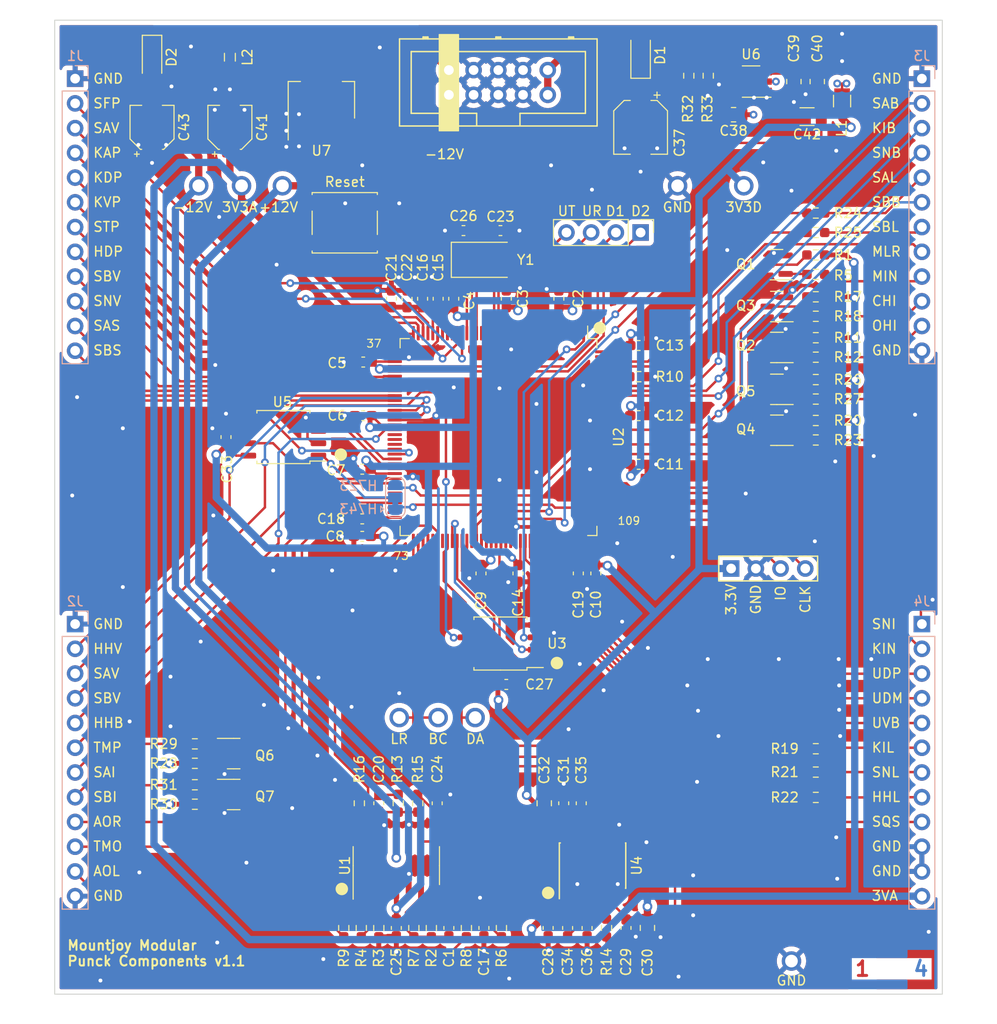
<source format=kicad_pcb>
(kicad_pcb (version 20221018) (generator pcbnew)
  (layers (0 "F.Cu" signal) (1 "In1.Cu" signal) (2 "In2.Cu" signal) (31 "B.Cu" signal) (34 "B.Paste" user) (35 "F.Paste" user) (36 "B.SilkS" user "B.Silkscreen") (37 "F.SilkS" user "F.Silkscreen") (38 "B.Mask" user) (39 "F.Mask" user) (44 "Edge.Cuts" user))
  (net 0 "")
  (net 1 "+3.3VA")
  (net 2 "/KICK_IN")
  (net 3 "/SN_BTN")
  (net 4 "/SN_LED")
  (net 5 "/HH_BTN")
  (net 6 "/HH_LED")
  (net 7 "/SA_BTN")
  (net 8 "/SA_LED")
  (net 9 "/SNARE_IN")
  (net 10 "GND")
  (net 11 "/KI_BTN")
  (net 12 "/KI_LED")
  (net 13 "/CH_IN")
  (net 14 "/SB_BTN")
  (net 15 "/SB_LED")
  (net 16 "/KICK_ATTACK_POT")
  (net 17 "/KICK_DECAY_POT")
  (net 18 "/KICK_VOL_POT")
  (net 19 "/SNARE_FILTER_POT")
  (net 20 "/SNARE_TUNING_POT")
  (net 21 "/SNARE_VOL_POT")
  (net 22 "/OH_IN")
  (net 23 "/HIHAT_DECAY_POT")
  (net 24 "/HIHAT_VOL_POT")
  (net 25 "/SAMPLER_A_VOICE_POT")
  (net 26 "/SAMPLER_A_SPEED_POT")
  (net 27 "/SAMPLER_A_VOL_POT")
  (net 28 "/SAMPLER_B_VOICE_POT")
  (net 29 "/SAMPLER_B_SPEED_POT")
  (net 30 "/SAMPLER_B_VOL_POT")
  (net 31 "/TEMPO_OUT")
  (net 32 "/USB_DP")
  (net 33 "/USB_DM")
  (net 34 "/USB_VBUS")
  (net 35 "/MIDI_IN")
  (net 36 "/MIDI_LEARN")
  (net 37 "/SEQ_SELECT")
  (net 38 "/TEMPO_POT")
  (net 39 "/AUDIO_OUT_R")
  (net 40 "/AUDIO_OUT_L")
  (net 41 "/SWCLK")
  (net 42 "/SWIO")
  (net 43 "+3V3")
  (net 44 "-12V")
  (net 45 "+12V")
  (net 46 "/VSW")
  (net 47 "/CB")
  (net 48 "Net-(Q1-Pad1)")
  (net 49 "/KICK_CLAMP")
  (net 50 "Net-(Q2-Pad1)")
  (net 51 "/SAMPLER_A_CLAMP")
  (net 52 "Net-(Q3-Pad1)")
  (net 53 "/SNARE_CLAMP")
  (net 54 "Net-(Q4-Pad1)")
  (net 55 "/SAMPLER_B_CLAMP")
  (net 56 "Net-(Q5-Pad1)")
  (net 57 "/CH_CLAMP")
  (net 58 "Net-(Q6-Pad1)")
  (net 59 "Net-(Q7-Pad1)")
  (net 60 "/OH_CLAMP")
  (net 61 "/SAMPLER_A_IN")
  (net 62 "/SAMPLER_B_IN")
  (net 63 "/KI_LED_OUT")
  (net 64 "/SN_LED_OUT")
  (net 65 "/HH_LED_OUT")
  (net 66 "Net-(RESET1-Pad1)")
  (net 67 "/SA_LED_OUT")
  (net 68 "/SB_LED_OUT")
  (net 69 "VCC")
  (net 70 "VEE")
  (net 82 "/DAC_DATA")
  (net 83 "/DAC1")
  (net 84 "/DAC2")
  (net 85 "/QSPI_CLK")
  (net 90 "/QSPI_BK2_IO0")
  (net 91 "/QSPI_BK2_IO1")
  (net 92 "/QSPI_BK2_IO2")
  (net 93 "/QSPI_BK2_IO3")
  (net 99 "/QSPI_BK1_IO0")
  (net 100 "/QSPI_BK1_IO1")
  (net 101 "/QSPI_BK1_IO3")
  (net 106 "/QSPI_BK1_NCS")
  (net 110 "Net-(C17-Pad1)")
  (net 113 "/QSPI_BK2_NCS")
  (net 117 "/DAC_BCLK")
  (net 126 "/DAC_LRCLK")
  (net 127 "/QSPI_BK1_IO2")
  (net 128 "/DAC_OUT_L")
  (net 129 "/DAC_OUT_R")
  (net 131 "Net-(C20-Pad1)")
  (net 132 "Net-(C23-Pad1)")
  (net 133 "Net-(C24-Pad1)")
  (net 134 "/FB")
  (net 135 "Net-(C35-Pad2)")
  (net 136 "/VO")
  (net 142 "/TEMPO_CLOCK")
  (net 143 "Net-(U1-Pad8)")
  (net 145 "/OCTOSPIM_P2_NCS")
  (net 146 "Net-(JP1-Pad2)")
  (net 147 "/UART_RX")
  (net 148 "/UART_TX")
  (net 149 "Net-(C1-Pad1)")
  (net 150 "Net-(C1-Pad2)")
  (net 151 "Net-(C18-Pad1)")
  (net 152 "Net-(C19-Pad1)")
  (net 153 "Net-(C20-Pad2)")
  (net 154 "Net-(C26-Pad1)")
  (net 155 "Net-(C34-Pad1)")
  (net 156 "Net-(C34-Pad2)")
  (net 157 "Net-(C36-Pad1)")
  (net 158 "/MIDI_UART")
  (net 159 "Net-(R3-Pad1)")
  (net 160 "Net-(R4-Pad1)")
  (net 161 "Net-(R10-Pad2)")
  (footprint "Resistor_SMD:R_0603_1608Metric_Pad0.98x0.95mm_HandSolder" (layer "F.Cu") (at 148.2 88.9 180)
    (fp_text reference "R27")
    (fp_text value "4k7")
  )
  (footprint "Resistor_SMD:R_0603_1608Metric_Pad0.98x0.95mm_HandSolder" (layer "F.Cu") (at 148.2 129.8 180)
    (fp_text reference "R22")
    (fp_text value "560")
  )
  (footprint "Resistor_SMD:R_0603_1608Metric_Pad0.98x0.95mm_HandSolder" (layer "F.Cu") (at 148.2 80.4 180)
    (fp_text reference "R18")
    (fp_text value "4k7")
  )
  (footprint "Resistor_SMD:R_0603_1608Metric_Pad0.98x0.95mm_HandSolder" (layer "F.Cu") (at 112.3 143.2 -90)
    (fp_text reference "R8")
    (fp_text value "1k")
  )
  (footprint "Custom_Footprints:Eurorack_10_pin_header" (layer "F.Cu") (at 110.5 57.6625)
    (fp_text reference "J7" hide)
    (fp_text value "Eurorack_10_pin_power")
  )
  (footprint "Capacitor_SMD:C_0603_1608Metric_Pad1.08x0.95mm_HandSolder" (layer "F.Cu") (at 116.4 78.6 -90)
    (fp_text reference "C3")
    (fp_text value "100nF")
  )
  (footprint "Resistor_SMD:R_0805_2012Metric" (layer "F.Cu") (at 148.35 56.3 -90)
    (fp_text reference "C40")
    (fp_text value "10uF")
  )
  (footprint "Package_TO_SOT_SMD:SOT-223-3_TabPin2" (layer "F.Cu") (at 97.4 58.2 90)
    (fp_text reference "U7")
    (fp_text value "LD1117-3.3-4Tab")
  )
  (footprint "Resistor_SMD:R_0603_1608Metric_Pad0.98x0.95mm_HandSolder" (layer "F.Cu") (at 148.2 78.4)
    (fp_text reference "R17")
    (fp_text value "4k7")
  )
  (footprint "Resistor_SMD:R_0603_1608Metric_Pad0.98x0.95mm_HandSolder" (layer "F.Cu") (at 84.4 126.3 180)
    (fp_text reference "R28")
    (fp_text value "4k7")
  )
  (footprint "Custom_Footprints:1.3mm_Test_Point" (layer "F.Cu") (at 145.7 146.6)
    (fp_text reference "TP9" hide)
    (fp_text value "TestPoint")
  )
  (footprint "Resistor_SMD:R_0603_1608Metric_Pad0.98x0.95mm_HandSolder" (layer "F.Cu") (at 148.2 76.1 180)
    (fp_text reference "R5")
    (fp_text value "4k7")
  )
  (footprint "Custom_Footprints:SSOP-20_4.4x6.5mm_Pitch0.65mm_Round_Pads" (layer "F.Cu") (at 125.3 136.8 90)
    (fp_text reference "U4")
    (fp_text value "PCM5100APW")
  )
  (footprint "Resistor_SMD:R_0805_2012Metric" (layer "F.Cu") (at 145.95 56.3 -90)
    (fp_text reference "C39")
    (fp_text value "10uF")
  )
  (footprint "Resistor_SMD:R_0805_2012Metric" (layer "F.Cu") (at 139.75 59.7 180)
    (fp_text reference "C38")
    (fp_text value "100nF")
  )
  (footprint "Resistor_SMD:R_0603_1608Metric_Pad0.98x0.95mm_HandSolder" (layer "F.Cu") (at 84.4 130.5 180)
    (fp_text reference "R30")
    (fp_text value "4k7")
  )
  (footprint "Capacitor_SMD:C_0603_1608Metric_Pad1.08x0.95mm_HandSolder" (layer "F.Cu") (at 122.7 143.2 -90)
    (fp_text reference "C34")
    (fp_text value "2.2uF")
  )
  (footprint "Capacitor_SMD:C_0603_1608Metric_Pad1.08x0.95mm_HandSolder" (layer "F.Cu") (at 125.6 106.8 90)
    (fp_text reference "C10")
    (fp_text value "100nF")
  )
  (footprint "Package_TO_SOT_SMD:SOT-23" (layer "F.Cu") (at 88.38625 125.3)
    (fp_text reference "Q6")
    (fp_text value "MMBT3904")
  )
  (footprint "Capacitor_SMD:C_0603_1608Metric_Pad1.08x0.95mm_HandSolder" (layer "F.Cu") (at 109.3 130.4 90)
    (fp_text reference "C24")
    (fp_text value "2n2")
  )
  (footprint "Custom_Footprints:1.3mm_Test_Point" (layer "F.Cu") (at 109.4 121.6)
    (fp_text reference "TP3" hide)
    (fp_text value "TestPoint")
  )
  (footprint "Resistor_SMD:R_0603_1608Metric_Pad0.98x0.95mm_HandSolder" (layer "F.Cu") (at 106.9 143.2 90)
    (fp_text reference "R7")
    (fp_text value "15k")
  )
  (footprint "Custom_Footprints:4_Layer_Markers" (layer "F.Cu") (at 156 147.4)
    (fp_text reference "FID1" hide)
    (fp_text value "4_Layer_Marker")
  )
  (footprint "Capacitor_SMD:C_0603_1608Metric_Pad1.08x0.95mm_HandSolder" (layer "F.Cu") (at 105.1 143.2 -90)
    (fp_text reference "C25")
    (fp_text value "2.2uF")
  )
  (footprint "Resistor_SMD:R_0603_1608Metric_Pad0.98x0.95mm_HandSolder" (layer "F.Cu") (at 148.2 69.8 180)
    (fp_text reference "R24")
    (fp_text value "560")
  )
  (footprint "Capacitor_SMD:C_0805_2012Metric" (layer "F.Cu") (at 120.3 130.4 90)
    (fp_text reference "C32")
    (fp_text value "10uF")
  )
  (footprint "Resistor_SMD:R_0603_1608Metric_Pad0.98x0.95mm_HandSolder" (layer "F.Cu") (at 135.15 55.7 90)
    (fp_text reference "R32")
    (fp_text value "33k")
  )
  (footprint "Resistor_SMD:R_0603_1608Metric_Pad0.98x0.95mm_HandSolder" (layer "F.Cu") (at 101.5 143.2 -90)
    (fp_text reference "R4")
    (fp_text value "10k")
  )
  (footprint "Custom_Footprints:1.3mm_Test_Point" (layer "F.Cu") (at 84.8 67)
    (fp_text reference "TP8" hide)
    (fp_text value "TestPoint")
  )
  (footprint "Capacitor_SMD:C_0603_1608Metric_Pad1.08x0.95mm_HandSolder" (layer "F.Cu") (at 87.6 92.8 90)
    (fp_text reference "C33")
    (fp_text value "100nF")
  )
  (footprint "Capacitor_SMD:C_0805_2012Metric" (layer "F.Cu") (at 130.9 143.2 -90)
    (fp_text reference "C30")
    (fp_text value "10uF")
  )
  (footprint "Resistor_SMD:R_0603_1608Metric_Pad0.98x0.95mm_HandSolder" (layer "F.Cu") (at 99.7 143.2 -90)
    (fp_text reference "R9")
    (fp_text value "1k")
  )
  (footprint "Capacitor_SMD:C_0603_1608Metric_Pad1.08x0.95mm_HandSolder" (layer "F.Cu") (at 111 78.6 -90)
    (fp_text reference "C4")
    (fp_text value "100nF")
  )
  (footprint "Capacitor_SMD:C_0603_1608Metric_Pad1.08x0.95mm_HandSolder" (layer "F.Cu") (at 122.3 130.4 90)
    (fp_text reference "C31")
    (fp_text value "100nF")
  )
  (footprint "Capacitor_SMD:C_0603_1608Metric_Pad1.08x0.95mm_HandSolder" (layer "F.Cu") (at 124.7 143.2 -90)
    (fp_text reference "C36")
    (fp_text value "2.2uF")
  )
  (footprint "Package_SO:SOIC-8_5.23x5.23mm_P1.27mm" (layer "F.Cu") (at 93.5 92.8 180)
    (fp_text reference "U5")
    (fp_text value "W25Q128JVS")
  )
  (footprint "Package_TO_SOT_SMD:SOT-23" (layer "F.Cu") (at 144.1625 75.1 180)
    (fp_text reference "Q1")
    (fp_text value "MMBT3904")
  )
  (footprint "Package_TO_SOT_SMD:SOT-23" (layer "F.Cu") (at 144.2 92.1 180)
    (fp_text reference "Q4")
    (fp_text value "MMBT3904")
  )
  (footprint "Custom_Footprints:1.3mm_Test_Point" (layer "F.Cu") (at 93.4 67)
    (fp_text reference "TP7" hide)
    (fp_text value "TestPoint")
  )
  (footprint "Resistor_SMD:R_0603_1608Metric_Pad0.98x0.95mm_HandSolder" (layer "F.Cu") (at 148.2 71.8 180)
    (fp_text reference "R25")
    (fp_text value "560")
  )
  (footprint "Resistor_SMD:R_0603_1608Metric_Pad0.98x0.95mm_HandSolder" (layer "F.Cu") (at 137.15 55.7 -90)
    (fp_text reference "R33")
    (fp_text value "10k")
  )
  (footprint "Custom_Footprints:L_0806" (layer "F.Cu") (at 150.9 58.3 -90)
    (fp_text reference "L1")
    (fp_text value "3.3uH")
  )
  (footprint "Package_TO_SOT_SMD:SOT-23" (layer "F.Cu") (at 88.38625 129.5)
    (fp_text reference "Q7")
    (fp_text value "MMBT3904")
  )
  (footprint "Resistor_SMD:R_0603_1608Metric" (layer "F.Cu") (at 130 86.6 180)
    (fp_text reference "R10")
    (fp_text value "100k")
  )
  (footprint "Package_SO:SOIC-14_3.9x8.7mm_P1.27mm" (layer "F.Cu") (at 105.1 136.8 90)
    (fp_text reference "U1")
    (fp_text value "TL074")
  )
  (footprint "Resistor_SMD:R_0603_1608Metric_Pad0.98x0.95mm_HandSolder" (layer "F.Cu") (at 101.3 130.4 90)
    (fp_text reference "R16")
    (fp_text value "1k")
  )
  (footprint "Capacitor_SMD:C_0603_1608Metric_Pad1.08x0.95mm_HandSolder" (layer "F.Cu") (at 130 95.6 180)
    (fp_text reference "C11")
    (fp_text value "100nF")
  )
  (footprint "Resistor_SMD:R_0603_1608Metric_Pad0.98x0.95mm_HandSolder" (layer "F.Cu") (at 105.3 130.4 -90)
    (fp_text reference "R13")
    (fp_text value "47k")
  )
  (footprint "Connector_PinHeader_2.54mm:PinHeader_1x04_P2.54mm_Vertical" (layer "F.Cu") (at 130.2 71.8 -90)
    (fp_text reference "J5" hide)
    (fp_text value "Debug_Header")
  )
  (footprint "Package_TO_SOT_SMD:SOT-23" (layer "F.Cu") (at 144.2 83.6 180)
    (fp_text reference "Q2")
    (fp_text value "MMBT3904")
  )
  (footprint "Resistor_SMD:R_0603_1608Metric_Pad0.98x0.95mm_HandSolder" (layer "F.Cu") (at 148.2 93.1 180)
    (fp_text reference "R23")
    (fp_text value "4k7")
  )
  (footprint "Capacitor_SMD:C_0603_1608Metric_Pad1.08x0.95mm_HandSolder" (layer "F.Cu") (at 101.7 90.6)
    (fp_text reference "C6")
    (fp_text value "100nF")
  )
  (footprint "Capacitor_SMD:C_0603_1608Metric_Pad1.08x0.95mm_HandSolder" (layer "F.Cu") (at 120.7 143.2 -90)
    (fp_text reference "C28")
    (fp_text value "100nF")
  )
  (footprint "Capacitor_SMD:C_0603_1608Metric_Pad1.08x0.95mm_HandSolder" (layer "F.Cu") (at 130 83.4 180)
    (fp_text reference "C13")
    (fp_text value "100nF")
  )
  (footprint "Package_TO_SOT_SMD:SOT-23" (layer "F.Cu") (at 144.2 87.9 180)
    (fp_text reference "Q5")
    (fp_text value "MMBT3904")
  )
  (footprint "Resistor_SMD:R_0603_1608Metric_Pad0.98x0.95mm_HandSolder" (layer "F.Cu") (at 103.3 143.2 -90)
    (fp_text reference "R3")
    (fp_text value "15k")
  )
  (footprint "Capacitor_SMD:C_0603_1608Metric_Pad1.08x0.95mm_HandSolder" (layer "F.Cu") (at 117.6 106.8 90)
    (fp_text reference "C14")
    (fp_text value "100nF")
  )
  (footprint "Package_QFP:LQFP-144_20x20mm_P0.5mm" (layer "F.Cu") (at 115.6 92.8 -90)
    (fp_text reference "U2")
    (fp_text value "STM32H743ZITx")
  )
  (footprint "Crystal:Crystal_SMD_5032-2Pin_5.0x3.2mm" (layer "F.Cu") (at 113.8 74.6)
    (fp_text reference "Y1")
    (fp_text value "8MHz 20pF")
  )
  (footprint "Capacitor_SMD:C_0603_1608Metric_Pad1.08x0.95mm_HandSolder" (layer "F.Cu") (at 103.3 130.4 -90)
    (fp_text reference "C20")
    (fp_text value "100pF")
  )
  (footprint "Capacitor_SMD:C_0603_1608Metric_Pad1.08x0.95mm_HandSolder" (layer "F.Cu") (at 107.8 78.6 -90)
    (fp_text reference "C16")
    (fp_text value "1uF")
  )
  (footprint "Diode_SMD:D_SOD-123" (layer "F.Cu") (at 130.2 53.7125 90)
    (fp_text reference "D1")
    (fp_text value "1N5819")
  )
  (footprint "Capacitor_SMD:C_0603_1608Metric_Pad1.08x0.95mm_HandSolder" (layer "F.Cu") (at 101.7 85.1)
    (fp_text reference "C5")
    (fp_text value "100nF")
  )
  (footprint "Resistor_SMD:R_0603_1608Metric_Pad0.98x0.95mm_HandSolder" (layer "F.Cu") (at 84.4 124.3)
    (fp_text reference "R29")
    (fp_text value "4k7")
  )
  (footprint "Custom_Footprints:1.3mm_Test_Point" (layer "F.Cu") (at 105.4 121.6)
    (fp_text reference "TP1" hide)
    (fp_text value "TestPoint")
  )
  (footprint "Resistor_SMD:R_0603_1608Metric_Pad0.98x0.95mm_HandSolder" (layer "F.Cu") (at 115.9 143.2 90)
    (fp_text reference "R6")
    (fp_text value "1k")
  )
  (footprint "Capacitor_SMD:C_0603_1608Metric_Pad1.08x0.95mm_HandSolder" (layer "F.Cu") (at 112 71.6 180)
    (fp_text reference "C26")
    (fp_text value "30pF")
  )
  (footprint "Resistor_SMD:R_0603_1608Metric_Pad0.98x0.95mm_HandSolder" (layer "F.Cu") (at 84.4 128.5)
    (fp_text reference "R31")
    (fp_text value "4k7")
  )
  (footprint "Resistor_SMD:R_0603_1608Metric_Pad0.98x0.95mm_HandSolder" (layer "F.Cu") (at 108.7 143.2 -90)
    (fp_text reference "R2")
    (fp_text value "47k")
  )
  (footprint "Capacitor_SMD:C_0603_1608Metric_Pad1.08x0.95mm_HandSolder" (layer "F.Cu") (at 116.4 118.2)
    (fp_text reference "C27")
    (fp_text value "100nF")
  )
  (footprint "Custom_Footprints:1.3mm_Test_Point" (layer "F.Cu") (at 89.2 67)
    (fp_text reference "TP6" hide)
    (fp_text value "TestPoint")
  )
  (footprint "Package_SO:SOIC-8_5.23x5.23mm_P1.27mm" (layer "F.Cu") (at 115.8 114 180)
    (fp_text reference "U3")
    (fp_text value "W25Q128JVS")
  )
  (footprint "Capacitor_SMD:CP_Elec_4x5.8" (layer "F.Cu") (at 88 61 90)
    (fp_text reference "C41")
    (fp_text value "22uF")
  )
  (footprint "Custom_Footprints:SW_SPST_EVQQ2" (layer "F.Cu") (at 99.8 70.8 180)
    (fp_text reference "RESET1" hide)
    (fp_text value "SW_Push")
  )
  (footprint "Resistor_SMD:R_0603_1608Metric_Pad0.98x0.95mm_HandSolder" (layer "F.Cu") (at 148.2 86.9)
    (fp_text reference "R26")
    (fp_text value "4k7")
  )
  (footprint "Resistor_SMD:R_1206_3216Metric" (layer "F.Cu") (at 147.3 59.9 180)
    (fp_text reference "C42")
    (fp_text value "47uF")
  )
  (footprint "Inductor_SMD:L_0805_2012Metric" (layer "F.Cu") (at 88 53.8 90)
    (fp_text reference "L2")
    (fp_text value "L")
  )
  (footprint "Package_TO_SOT_SMD:SOT-23" (layer "F.Cu") (at 144.2 79.4 180)
    (fp_text reference "Q3")
    (fp_text value "MMBT3904")
  )
  (footprint "Resistor_SMD:R_0603_1608Metric_Pad0.98x0.95mm_HandSolder" (layer "F.Cu") (at 148.2 84.6 180)
    (fp_text reference "R12")
    (fp_text value "4k7")
  )
  (footprint "Capacitor_SMD:C_0603_1608Metric_Pad1.08x0.95mm_HandSolder" (layer "F.Cu") (at 101.6 101.2 180)
    (fp_text reference "C18")
    (fp_text value "2.2uF")
  )
  (footprint "Capacitor_SMD:C_0603_1608Metric_Pad1.08x0.95mm_HandSolder" (layer "F.Cu") (at 113.8 106.8 90)
    (fp_text reference "C9")
    (fp_text value "100nF")
  )
  (footprint "Diode_SMD:D_SOD-123" (layer "F.Cu") (at 80 53.8 -90)
    (fp_text reference "D2")
    (fp_text value "1N5819")
  )
  (footprint "Capacitor_SMD:C_0603_1608Metric_Pad1.08x0.95mm_HandSolder" (layer "F.Cu") (at 128.7 143.2 -90)
    (fp_text reference "C29")
    (fp_text value "100nF")
  )
  (footprint "Resistor_SMD:R_0603_1608Metric_Pad0.98x0.95mm_HandSolder" (layer "F.Cu") (at 148.2 91.1)
    (fp_text reference "R20")
    (fp_text value "4k7")
  )
  (footprint "Capacitor_SMD:C_0603_1608Metric_Pad1.08x0.95mm_HandSolder" (layer "F.Cu") (at 124.1 130.4 -90)
    (fp_text reference "C35")
    (fp_text value "100nF")
  )
  (footprint "Capacitor_SMD:C_0603_1608Metric_Pad1.08x0.95mm_HandSolder" (layer "F.Cu") (at 101.6 96.1)
    (fp_text reference "C7")
    (fp_text value "100nF")
  )
  (footprint "Capacitor_SMD:C_0603_1608Metric_Pad1.08x0.95mm_HandSolder" (layer "F.Cu") (at 121.8 78.6 -90)
    (fp_text reference "C2")
    (fp_text value "4.7uF")
  )
  (footprint "Capacitor_SMD:CP_Elec_4x5.8" (layer "F.Cu") (at 80 61 90)
    (fp_text reference "C43")
    (fp_text value "22uF")
  )
  (footprint "Capacitor_SMD:C_0603_1608Metric_Pad1.08x0.95mm_HandSolder" (layer "F.Cu") (at 130 90.6 180)
    (fp_text reference "C12")
    (fp_text value "100nF")
  )
  (footprint "Resistor_SMD:R_0603_1608Metric_Pad0.98x0.95mm_HandSolder" (layer "F.Cu") (at 107.3 130.4 90)
    (fp_text reference "R15")
    (fp_text value "15k")
  )
  (footprint "Package_TO_SOT_SMD:SOT-23-6_Handsoldering" (layer "F.Cu") (at 141.55 56.3 180)
    (fp_text reference "U6")
    (fp_text value "TPS561201")
  )
  (footprint "Capacitor_SMD:C_0603_1608Metric_Pad1.08x0.95mm_HandSolder" (layer "F.Cu") (at 104.6 78.6 -90)
    (fp_text reference "C21")
    (fp_text value "1uF")
  )
  (footprint "Capacitor_SMD:C_0603_1608Metric_Pad1.08x0.95mm_HandSolder" (layer "F.Cu") (at 114.1 143.2 -90)
    (fp_text reference "C17")
    (fp_text value "2n2")
  )
  (footprint "Custom_Footprints:1.3mm_Test_Point" (layer "F.Cu") (at 140.8 67)
    (fp_text reference "TP5" hide)
    (fp_text value "TestPoint")
  )
  (footprint "Custom_Footprints:SWD_header" (layer "F.Cu") (at 139.5 106.3)
    (fp_text reference "J6" hide)
    (fp_text value "SWD_Header")
  )
  (footprint "Capacitor_SMD:CP_Elec_5x5.8" (layer "F.Cu") (at 130.2 61 -90)
    (fp_text reference "C37")
    (fp_text value "47uF")
  )
  (footprint "Capacitor_SMD:C_0603_1608Metric_Pad1.08x0.95mm_HandSolder" (layer "F.Cu") (at 123.8 106.8 -90)
    (fp_text reference "C19")
    (fp_text value "2.2uF")
  )
  (footprint "Capacitor_SMD:C_0603_1608Metric_Pad1.08x0.95mm_HandSolder" (layer "F.Cu") (at 106.2 78.6 -90)
    (fp_text reference "C22")
    (fp_text value "100nF")
  )
  (footprint "Resistor_SMD:R_0603_1608Metric_Pad0.98x0.95mm_HandSolder" (layer "F.Cu") (at 148.2 127.2 180)
    (fp_text reference "R21")
    (fp_text value "560")
  )
  (footprint "Capacitor_SMD:C_0603_1608Metric_Pad1.08x0.95mm_HandSolder" (layer "F.Cu") (at 101.6 103)
    (fp_text reference "C8")
    (fp_text value "100nF")
  )
  (footprint "Custom_Footprints:1.3mm_Test_Point" (layer "F.Cu") (at 113.2 121.6)
    (fp_text reference "TP2" hide)
    (fp_text value "TestPoint")
  )
  (footprint "Capacitor_SMD:C_0603_1608Metric_Pad1.08x0.95mm_HandSolder" (layer "F.Cu") (at 109.4 78.6 -90)
    (fp_text reference "C15")
    (fp_text value "100nF")
  )
  (footprint "Resistor_SMD:R_0603_1608Metric_Pad0.98x0.95mm_HandSolder" (layer "F.Cu") (at 148.2 82.6)
    (fp_text reference "R11")
    (fp_text value "4k7")
  )
  (footprint "Resistor_SMD:R_0603_1608Metric_Pad0.98x0.95mm_HandSolder" (layer "F.Cu") (at 126.7 143.2 90)
    (fp_text reference "R14")
    (fp_text value "1k")
  )
  (footprint "Resistor_SMD:R_0603_1608Metric_Pad0.98x0.95mm_HandSolder" (layer "F.Cu") (at 148.2 74.1)
    (fp_text reference "R1")
    (fp_text value "4k7")
  )
  (footprint "Capacitor_SMD:C_0603_1608Metric_Pad1.08x0.95mm_HandSolder" (layer "F.Cu") (at 110.5 143.2 -90)
    (fp_text reference "C1")
    (fp_text value "100pF")
  )
  (footprint "Resistor_SMD:R_0603_1608Metric_Pad0.98x0.95mm_HandSolder" (layer "F.Cu") (at 148.2 124.8 180)
    (fp_text reference "R19")
    (fp_text value "560")
  )
  (footprint "Custom_Footprints:1.3mm_Test_Point" (layer "F.Cu") (at 134 67)
    (fp_text reference "TP4" hide)
    (fp_text value "TestPoint")
  )
  (footprint "Capacitor_SMD:C_0603_1608Metric_Pad1.08x0.95mm_HandSolder" (layer "F.Cu") (at 115.8 71.6)
    (fp_text reference "C23")
    (fp_text value "30pF")
  )
  (footprint "Connector_PinHeader_2.54mm:PinHeader_1x12_P2.54mm_Vertical" (layer "B.Cu") (at 159.1 56 180)
    (fp_text reference "J3")
    (fp_text value "Conn_01x12_Female")
  )
  (footprint "Connector_PinHeader_2.54mm:PinHeader_1x12_P2.54mm_Vertical" (layer "B.Cu") (at 72.1 56 180)
    (fp_text reference "J1")
    (fp_text value "Conn_01x12_Female")
  )
  (footprint "Connector_PinHeader_2.54mm:PinHeader_1x12_P2.54mm_Vertical" (layer "B.Cu") (at 159.1 112 180)
    (fp_text reference "J4")
    (fp_text value "Conn_01x12_Female")
  )
  (footprint "Connector_PinHeader_2.54mm:PinHeader_1x12_P2.54mm_Vertical" (layer "B.Cu") (at 72.1 112 180)
    (fp_text reference "J2")
    (fp_text value "Conn_01x12_Female")
  )
  (footprint "Jumper:SolderJumper-3_P1.3mm_Bridged12_RoundedPad1.0x1.5mm" (layer "B.Cu") (at 105 99 90)
    (fp_text reference "JP1" hide)
    (fp_text value "QSPI2_NCS_Select")
  )
  (gr_circle (center 126 81.6) (end 126.565685 81.6) (stroke (width 0.15)) (fill solid) (layer "F.SilkS"))
  (gr_circle (center 99.5 139.2) (end 98.934315 139.2) (stroke (width 0.15)) (fill solid) (layer "F.SilkS"))
  (gr_circle (center 121.6 116) (end 122.165685 116) (stroke (width 0.15)) (fill solid) (layer "F.SilkS"))
  (gr_circle (center 99.4 94.6) (end 99.965685 94.6) (stroke (width 0.15)) (fill solid) (layer "F.SilkS"))
  (gr_circle (center 120.7 139.6) (end 121.265685 139.6) (stroke (width 0.15)) (fill solid) (layer "F.SilkS"))
  (gr_rect locked (start 70 50) (end 161.2 150) (stroke (width 0.1)) (fill none) (layer "Edge.Cuts"))
  (gr_text "H743" (at 101.2 100.2) (layer "B.SilkS") (effects (font (size 1 1)) (justify mirror)))
  (gr_text "H723" (at 101.2 97.8) (layer "B.SilkS") (effects (font (size 1 1)) (justify mirror)))
  (gr_text "KVP" (at 75.404762 68.681815) (layer "F.SilkS") (effects (font (size 1 1))))
  (gr_text "73" (at 105.6 105) (layer "F.SilkS") (effects (font (size 0.8 0.8) (thickness 0.12))))
  (gr_text "SBV" (at 75.380953 119.609089) (layer "F.SilkS") (effects (font (size 1 1))))
  (gr_text "KIB" (at 155.214286 61.072726) (layer "F.SilkS") (effects (font (size 1 1))))
  (gr_text "HHV" (at 75.452381 114.536363) (layer "F.SilkS") (effects (font (size 1 1))))
  (gr_text "KIN" (at 155.22381 114.536363) (layer "F.SilkS") (effects (font (size 1 1))))
  (gr_text "DA" (at 113.2 123.8) (layer "F.SilkS") (effects (font (size 1 1))))
  (gr_text "3V3D" (at 140.8 69.2) (layer "F.SilkS") (effects (font (size 1 1))))
  (gr_text "GND" (at 155.485714 137.36363) (layer "F.SilkS") (effects (font (size 1 1))))
  (gr_text "Reset" (at 99.8 66.6) (layer "F.SilkS") (effects (font (size 1 1))))
  (gr_text "KIL" (at 155.104762 124.681815) (layer "F.SilkS") (effects (font (size 1 1))))
  (gr_text "SAV" (at 75.309524 61.072726) (layer "F.SilkS") (effects (font (size 1 1))))
  (gr_text "MLR" (at 155.452381 73.754541) (layer "F.SilkS") (effects (font (size 1 1))))
  (gr_text "SNB" (at 155.476191 63.609089) (layer "F.SilkS") (effects (font (size 1 1))))
  (gr_text "GND" (at 155.5 83.9) (layer "F.SilkS") (effects (font (size 1 1))))
  (gr_text "SBI" (at 75.190476 129.754541) (layer "F.SilkS") (effects (font (size 1 1))))
  (gr_text "TMP" (at 75.428572 124.681815) (layer "F.SilkS") (effects (font (size 1 1))))
  (gr_text "MIN" (at 155.309524 76.290904) (layer "F.SilkS") (effects (font (size 1 1))))
  (gr_text "SBV" (at 75.380953 76.290904) (layer "F.SilkS") (effects (font (size 1 1))))
  (gr_text "UDM" (at 155.557143 119.609089) (layer "F.SilkS") (effects (font (size 1 1))))
  (gr_text "UDP" (at 155.485714 117.072726) (layer "F.SilkS") (effects (font (size 1 1))))
  (gr_text "SBL" (at 155.357143 71.218178) (layer "F.SilkS") (effects (font (size 1 1))))
  (gr_text "UR" (at 125.2 69.6) (layer "F.SilkS") (effects (font (size 1 1))))
  (gr_text "AOL" (at 75.333334 137.36363) (layer "F.SilkS") (effects (font (size 1 1))))
  (gr_text "SQS" (at 155.438095 132.290904) (layer "F.SilkS") (effects (font (size 1 1))))
  (gr_text "SAB" (at 155.380953 58.536363) (layer "F.SilkS") (effects (font (size 1 1))))
  (gr_text "GND" (at 145.7 148.6) (layer "F.SilkS") (effects (font (size 1 1))))
  (gr_text "Mountjoy Modular\nPunck Components v1.1" (at 71.2 145.8) (layer "F.SilkS") (effects (font (size 1 1) (thickness 0.2)) (justify left)))
  (gr_text "D2" (at 130.2 69.6) (layer "F.SilkS") (effects (font (size 1 1))))
  (gr_text "HHL" (at 155.414286 129.754541) (layer "F.SilkS") (effects (font (size 1 1))))
  (gr_text "3VA" (at 155.295238 139.9) (layer "F.SilkS") (effects (font (size 1 1))))
  (gr_text "GND" (at 75.5 112) (layer "F.SilkS") (effects (font (size 1 1))))
  (gr_text "GND" (at 134 69.2) (layer "F.SilkS") (effects (font (size 1 1))))
  (gr_text "SNL" (at 155.366667 127.218178) (layer "F.SilkS") (effects (font (size 1 1))))
  (gr_text "-12V" (at 84.2 69.2) (layer "F.SilkS") (effects (font (size 1 1))))
  (gr_text "HHB" (at 75.52381 122.145452) (layer "F.SilkS") (effects (font (size 1 1))))
  (gr_text "SNI" (at 155.2 112) (layer "F.SilkS") (effects (font (size 1 1))))
  (gr_text "+12V" (at 93 69.2) (layer "F.SilkS") (effects (font (size 1 1))))
  (gr_text "GND" (at 155.5 56) (layer "F.SilkS") (effects (font (size 1 1))))
  (gr_text "SNV" (at 75.404762 78.827267) (layer "F.SilkS") (effects (font (size 1 1))))
  (gr_text "STP" (at 75.333334 71.218178) (layer "F.SilkS") (effects (font (size 1 1))))
  (gr_text "SBB" (at 155.452381 68.681815) (layer "F.SilkS") (effects (font (size 1 1))))
  (gr_text "AOR" (at 75.428572 132.290904) (layer "F.SilkS") (effects (font (size 1 1))))
  (gr_text "CHI" (at 155.238096 78.827267) (layer "F.SilkS") (effects (font (size 1 1))))
  (gr_text "BC" (at 109.4 123.8) (layer "F.SilkS") (effects (font (size 1 1))))
  (gr_text "3V3A" (at 89 69.2) (layer "F.SilkS") (effects (font (size 1 1))))
  (gr_text "GND" (at 155.485714 134.827267) (layer "F.SilkS") (effects (font (size 1 1))))
  (gr_text "SFP" (at 75.380953 58.536363) (layer "F.SilkS") (effects (font (size 1 1))))
  (gr_text "SBS" (at 75.428572 83.9) (layer "F.SilkS") (effects (font (size 1 1))))
  (gr_text "OHI" (at 155.261905 81.36363) (layer "F.SilkS") (effects (font (size 1 1))))
  (gr_text "TMO" (at 75.452381 134.827267) (layer "F.SilkS") (effects (font (size 1 1))))
  (gr_text "HDP" (at 75.5 73.754541) (layer "F.SilkS") (effects (font (size 1 1))))
  (gr_text "LR" (at 105.4 123.8) (layer "F.SilkS") (effects (font (size 1 1))))
  (gr_text "SAL" (at 155.285715 66.145452) (layer "F.SilkS") (effects (font (size 1 1))))
  (gr_text "SAS" (at 75.357143 81.36363) (layer "F.SilkS") (effects (font (size 1 1))))
  (gr_text "37" (at 102.8 83.2) (layer "F.SilkS") (effects (font (size 0.8 0.8) (thickness 0.12))))
  (gr_text "KDP" (at 75.476191 66.145452) (layer "F.SilkS") (effects (font (size 1 1))))
  (gr_text "D1" (at 127.6 69.6) (layer "F.SilkS") (effects (font (size 1 1))))
  (gr_text "109" (at 129 101.4) (layer "F.SilkS") (effects (font (size 0.8 0.8) (thickness 0.12))))
  (gr_text "GND" (at 75.5 139.9) (layer "F.SilkS") (effects (font (size 1 1))))
  (gr_text "UT" (at 122.6 69.6) (layer "F.SilkS") (effects (font (size 1 1))))
  (gr_text "UVB" (at 155.414286 122.145452) (layer "F.SilkS") (effects (font (size 1 1))))
  (gr_text "SAI" (at 75.119048 127.218178) (layer "F.SilkS") (effects (font (size 1 1))))
  (gr_text "SAV" (at 75.309524 117.072726) (layer "F.SilkS") (effects (font (size 1 1))))
  (gr_text "KAP" (at 75.404762 63.609089) (layer "F.SilkS") (effects (font (size 1 1))))
  (gr_text "GND" (at 75.5 56) (layer "F.SilkS") (effects (font (size 1 1))))
  (segment (start 149.10625 74.1) (end 151.3 74.1) (width 0.5) (layer "F.Cu") (net 1))
  (segment (start 89.2 67) (end 89.2 68.414213) (width 0.75) (layer "F.Cu") (net 1))
  (segment (start 108.35 82.1375) (end 108.35 81.063588) (width 0.25) (layer "F.Cu") (net 1))
  (segment (start 104.6 79.4625) (end 106.2 79.4625) (width 0.5) (layer "F.Cu") (net 1))
  (segment (start 126.925 140.350361) (end 126.925 139.7) (width 0.25) (layer "F.Cu") (net 1))
  (segment (start 100.248287 79.4625) (end 104.6 79.4625) (width 0.75) (layer "F.Cu") (net 1))
  (segment (start 109.4 79.4625) (end 107.8 79.4625) (width 0.5) (layer "F.Cu") (net 1))
  (segment (start 130.9 142.25) (end 130.9 141) (width 0.75) (layer "F.Cu") (net 1))
  (segment (start 120.7 142.3375) (end 120.7 141.5875) (width 0.25) (layer "F.Cu") (net 1))
  (segment (start 122.375 139.9125) (end 122.375 139.7) (width 0.25) (layer "F.Cu") (net 1))
  (segment (start 89.2 68.414213) (end 100.248287 79.4625) (width 0.75) (layer "F.Cu") (net 1))
  (segment (start 149.1125 91.1) (end 152.2 91.1) (width 0.5) (layer "F.Cu") (net 1))
  (segment (start 88 54.8625) (end 88.4625 54.8625) (width 0.75) (layer "F.Cu") (net 1))
  (segment (start 149.1125 82.6) (end 152.2 82.6) (width 0.5) (layer "F.Cu") (net 1))
  (segment (start 83.4875 126.3) (end 81.78625 126.3) (width 0.5) (layer "F.Cu") (net 1))
  (segment (start 90.6 60.2) (end 88 62.8) (width 0.75) (layer "F.Cu") (net 1))
  (segment (start 149.1125 86.9) (end 152.2 86.9) (width 0.5) (layer "F.Cu") (net 1))
  (segment (start 88.4625 54.8625) (end 90.6 57) (width 0.75) (layer "F.Cu") (net 1))
  (segment (start 109.4 79.4625) (end 108.85 80.0125) (width 0.25) (layer "F.Cu") (net 1))
  (segment (start 151.3 74.1) (end 152.1 74.9) (width 0.5) (layer "F.Cu") (net 1))
  (segment (start 149.1125 78.4) (end 152.1 78.4) (width 0.5) (layer "F.Cu") (net 1))
  (segment (start 128.7 142.3375) (end 128.7 142.125361) (width 0.25) (layer "F.Cu") (net 1))
  (segment (start 90.6 57) (end 90.6 60.2) (width 0.75) (layer "F.Cu") (net 1))
  (segment (start 108.85 80.0125) (end 108.85 82.1375) (width 0.25) (layer "F.Cu") (net 1))
  (segment (start 108.35 81.063588) (end 106.748912 79.4625) (width 0.25) (layer "F.Cu") (net 1))
  (segment (start 120.7 141.5875) (end 122.375 139.9125) (width 0.25) (layer "F.Cu") (net 1))
  (segment (start 128.7 142.3375) (end 128.7875 142.25) (width 0.5) (layer "F.Cu") (net 1))
  (segment (start 88 65.8) (end 88 62.8) (width 0.75) (layer "F.Cu") (net 1))
  (segment (start 89.2 67) (end 88 65.8) (width 0.75) (layer "F.Cu") (net 1))
  (segment (start 106.2 79.4625) (end 107.8 79.4625) (width 0.5) (layer "F.Cu") (net 1))
  (segment (start 119.9625 142.3375) (end 119 143.3) (width 0.75) (layer "F.Cu") (net 1))
  (segment (start 83.4875 130.5) (end 81.78625 130.5) (width 0.5) (layer "F.Cu") (net 1))
  (segment (start 128.7 142.125361) (end 126.925 140.350361) (width 0.25) (layer "F.Cu") (net 1))
  (segment (start 120.7 142.3375) (end 119.9625 142.3375) (width 0.75) (layer "F.Cu") (net 1))
  (segment (start 128.7875 142.25) (end 130.9 142.25) (width 0.5) (layer "F.Cu") (net 1))
  (via (at 81.78625 126.3) (size 1) (drill 0.6) (layers "F.Cu" "B.Cu") (net 1))
  (via (at 152.2 86.9) (size 1) (drill 0.6) (layers "F.Cu" "B.Cu") (net 1))
  (via (at 119 143.3) (size 1) (drill 0.6) (layers "F.Cu" "B.Cu") (net 1))
  (via (at 152.2 91.1) (size 1) (drill 0.6) (layers "F.Cu" "B.Cu") (net 1))
  (via (at 81.78625 130.5) (size 1) (drill 0.6) (layers "F.Cu" "B.Cu") (net 1))
  (via (at 152.2 78.5) (size 1) (drill 0.6) (layers "F.Cu" "B.Cu") (net 1))
  (via (at 152.2 82.6) (size 1) (drill 0.6) (layers "F.Cu" "B.Cu") (net 1))
  (via (at 152.1 74.9) (size 1) (drill 0.6) (layers "F.Cu" "B.Cu") (net 1))
  (via (at 130.9 141) (size 1) (drill 0.6) (layers "F.Cu" "B.Cu") (net 1))
  (segment (start 130.16 139.94) (end 130.96 139.94) (width 0.75) (layer "B.Cu") (net 1))
  (segment (start 152.2 139.8) (end 152.06 139.94) (width 0.75) (layer "B.Cu") (net 1))
  (segment (start 130.9 140) (end 130.96 139.94) (width 0.75) (layer "B.Cu") (net 1))
  (segment (start 119 144.2) (end 119.2 144.4) (width 0.75) (layer "B.Cu") (net 1))
  (segment (start 130.96 139.94) (end 152.06 139.94) (width 0.75) (layer "B.Cu") (net 1))
  (segment (start 152.2 75) (end 152.1 74.9) (width 0.75) (layer "B.Cu") (net 1))
  (segment (start 119.2 144.4) (end 125.7 144.4) (width 0.75) (layer "B.Cu") (net 1))
  (segment (start 80.38625 126.3) (end 81.78625 126.3) (width 0.5) (layer "B.Cu") (net 1))
  (segment (start 86.8 64.6) (end 82.8 64.6) (width 0.75) (layer "B.Cu") (net 1))
  (segment (start 152.2 75) (end 152.2 139.8) (width 0.75) (layer "B.Cu") (net 1))
  (segment (start 90 144.4) (end 119.2 144.4) (width 0.75) (layer "B.Cu") (net 1))
  (segment (start 82.8 64.6) (end 80.2 67.2) (width 0.75) (layer "B.Cu") (net 1))
  (segment (start 119 143.3) (end 119 144.2) (width 0.75) (layer "B.Cu") (net 1))
  (segment (start 125.7 144.4) (end 130.16 139.94) (width 0.75) (layer "B.Cu") (net 1))
  (segment (start 89.2 67) (end 86.8 64.6) (width 0.75) (layer "B.Cu") (net 1))
  (segment (start 152.06 139.94) (end 159 139.94) (width 0.75) (layer "B.Cu") (net 1))
  (segment (start 81.78625 130.5) (end 80.38625 130.5) (width 0.5) (layer "B.Cu") (net 1))
  (segment (start 80.2 67.2) (end 80.2 134.6) (width 0.75) (layer "B.Cu") (net 1))
  (segment (start 80.2 134.6) (end 90 144.4) (width 0.75) (layer "B.Cu") (net 1))
  (segment (start 130.9 141) (end 130.9 140) (width 0.75) (layer "B.Cu") (net 1))
  (segment (start 157.1 112.64) (end 157.1 95.2) (width 0.25) (layer "F.Cu") (net 2))
  (segment (start 155 93.1) (end 149.1125 93.1) (width 0.25) (layer "F.Cu") (net 2))
  (segment (start 159 114.54) (end 157.1 112.64) (width 0.25) (layer "F.Cu") (net 2))
  (segment (start 157.1 95.2) (end 155 93.1) (width 0.25) (layer "F.Cu") (net 2))
  (segment (start 138.15 88.55) (end 138.2 88.6) (width 0.25) (layer "F.Cu") (net 3))
  (segment (start 126.2625 88.55) (end 138.15 88.55) (width 0.25) (layer "F.Cu") (net 3))
  (via (at 138.2 88.6) (size 0.8) (drill 0.4) (layers "F.Cu" "B.Cu") (net 3))
  (segment (start 139.8 87) (end 138.2 88.6) (width 0.25) (layer "B.Cu") (net 3))
  (segment (start 159 63.62) (end 158.78 63.62) (width 0.25) (layer "B.Cu") (net 3))
  (segment (start 158.78 63.62) (end 139.8 82.6) (width 0.25) (layer "B.Cu") (net 3))
  (segment (start 139.8 82.6) (end 139.8 87) (width 0.25) (layer "B.Cu") (net 3))
  (segment (start 149.1125 127.2) (end 158.96 127.2) (width 0.25) (layer "F.Cu") (net 4))
  (segment (start 158.96 127.2) (end 159 127.24) (width 0.25) (layer "F.Cu") (net 4))
  (segment (start 104.9375 97.55) (end 96.61 97.55) (width 0.25) (layer "F.Cu") (net 5))
  (segment (start 96.61 97.55) (end 72 122.16) (width 0.25) (layer "F.Cu") (net 5))
  (segment (start 155.4925 129.78) (end 155.4725 129.8) (width 0.25) (layer "F.Cu") (net 6))
  (segment (start 155.4725 129.8) (end 149.1125 129.8) (width 0.25) (layer "F.Cu") (net 6))
  (segment (start 159 129.78) (end 155.4925 129.78) (width 0.25) (layer "F.Cu") (net 6))
  (segment (start 135.65 87.55) (end 138.2 85) (width 0.25) (layer "F.Cu") (net 7))
  (segment (start 126.2625 87.55) (end 135.65 87.55) (width 0.25) (layer "F.Cu") (net 7))
  (via (at 138.2 85) (size 0.8) (drill 0.4) (layers "F.Cu" "B.Cu") (net 7))
  (segment (start 157.86 58.54) (end 138.2 78.2) (width 0.25) (layer "B.Cu") (net 7))
  (segment (start 159 58.54) (end 157.86 58.54) (width 0.25) (layer "B.Cu") (net 7))
  (segment (start 138.2 78.2) (end 138.2 85) (width 0.25) (layer "B.Cu") (net 7))
  (segment (start 149.1125 69.8) (end 155.36 69.8) (width 0.25) (layer "F.Cu") (net 8))
  (segment (start 155.36 69.8) (end 159 66.16) (width 0.25) (layer "F.Cu") (net 8))
  (segment (start 153.9 88.9) (end 149.1125 88.9) (width 0.25) (layer "F.Cu") (net 9))
  (segment (start 159 94) (end 153.9 88.9) (width 0.25) (layer "F.Cu") (net 9))
  (segment (start 159 94) (end 159 112) (width 0.25) (layer "F.Cu") (net 9))
  (segment (start 124.975 130.4125) (end 124.1 129.5375) (width 0.25) (layer "F.Cu") (net 10))
  (segment (start 124.975 133.9) (end 124.975 130.4125) (width 0.25) (layer "F.Cu") (net 10))
  (segment (start 125.05 96.05) (end 125 96.1) (width 0.25) (layer "F.Cu") (net 10))
  (segment (start 123.675 139.7) (end 123.675 138.725) (width 0.25) (layer "F.Cu") (net 10))
  (segment (start 123.675 138.725) (end 123.7 138.7) (width 0.25) (layer "F.Cu") (net 10))
  (segment (start 123.1 130.3375) (end 122.3 129.5375) (width 0.25) (layer "F.Cu") (net 10))
  (segment (start 104.9375 96.05) (end 106 96.05) (width 0.25) (layer "F.Cu") (net 10))
  (segment (start 128.225 132.825) (end 128 132.6) (width 0.25) (layer "F.Cu") (net 10))
  (segment (start 126.2625 96.05) (end 125.05 96.05) (width 0.25) (layer "F.Cu") (net 10))
  (segment (start 116.85 83.75) (end 116.9 83.8) (width 0.25) (layer "F.Cu") (net 10))
  (segment (start 106.35 84.55) (end 106.4 84.6) (width 0.25) (layer "F.Cu") (net 10))
  (segment (start 124.8 106.8625) (end 125.6 107.6625) (width 0.25) (layer "F.Cu") (net 10))
  (segment (start 104.9375 91.05) (end 108.75 91.05) (width 0.25) (layer "F.Cu") (net 10))
  (segment (start 116.85 82.1375) (end 116.85 83.75) (width 0.25) (layer "F.Cu") (net 10))
  (segment (start 123.85 103.4625) (end 123.85 104.265685) (width 0.25) (layer "F.Cu") (net 10))
  (segment (start 128.225 133.9) (end 128.225 132.825) (width 0.25) (layer "F.Cu") (net 10))
  (segment (start 123.85 104.265685) (end 124.8 105.215685) (width 0.25) (layer "F.Cu") (net 10))
  (segment (start 125.05 91.05) (end 125 91.1) (width 0.25) (layer "F.Cu") (net 10))
  (segment (start 107.690685 84.6) (end 106.4 84.6) (width 0.25) (layer "F.Cu") (net 10))
  (segment (start 104.9375 84.55) (end 106.35 84.55) (width 0.25) (layer "F.Cu") (net 10))
  (segment (start 109.35 82.940685) (end 107.690685 84.6) (width 0.25) (layer "F.Cu") (net 10))
  (segment (start 109.35 82.1375) (end 109.35 82.940685) (width 0.25) (layer "F.Cu") (net 10))
  (segment (start 117.35 103.4625) (end 117.35 102.05) (width 0.25) (layer "F.Cu") (net 10))
  (segment (start 111.85 106.55) (end 112.6 107.3) (width 0.25) (layer "F.Cu") (net 10))
  (segment (start 123.1 133.825) (end 123.1 130.3375) (width 0.25) (layer "F.Cu") (net 10))
  (segment (start 111.85 103.4625) (end 111.85 106.55) (width 0.25) (layer "F.Cu") (net 10))
  (segment (start 127.575 133.9) (end 127.575 133.025) (width 0.25) (layer "F.Cu") (net 10))
  (segment (start 117.35 102.05) (end 117.4 102) (width 0.25) (layer "F.Cu") (net 10))
  (segment (start 126.2625 91.05) (end 125.05 91.05) (width 0.25) (layer "F.Cu") (net 10))
  (segment (start 124.8 105.215685) (end 124.8 106.8625) (width 0.25) (layer "F.Cu") (net 10))
  (segment (start 108.75 91.05) (end 109.2 90.6) (width 0.25) (layer "F.Cu") (net 10))
  (segment (start 123.025 133.9) (end 123.1 133.825) (width 0.25) (layer "F.Cu") (net 10))
  (segment (start 127.575 133.025) (end 128 132.6) (width 0.25) (layer "F.Cu") (net 10))
  (segment (start 106 96.05) (end 106.8 96.85) (width 0.25) (layer "F.Cu") (net 10))
  (via (at 94.4 130.9) (size 0.8) (drill 0.4) (layers "F.Cu" "B.Cu") (net 10))
  (via (at 135.6 137.8) (size 0.8) (drill 0.4) (layers "F.Cu" "B.Cu") (net 10))
  (via (at 84 52.7) (size 0.8) (drill 0.4) (layers "F.Cu" "B.Cu") (net 10))
  (via (at 145.7 67.5) (size 0.8) (drill 0.4) (layers "F.Cu" "B.Cu") (net 10))
  (via (at 123.95 116.1) (size 0.8) (drill 0.4) (layers "F.Cu" "B.Cu") (net 10))
  (via (at 132.25 144.15) (size 0.8) (drill 0.4) (layers "F.Cu" "B.Cu") (net 10))
  (via (at 131.8 95.6) (size 0.8) (drill 0.4) (layers "F.Cu" "B.Cu") (net 10))
  (via (at 85 113.8) (size 0.8) (drill 0.4) (layers "F.Cu" "B.Cu") (net 10))
  (via (at 147.15 57.6) (size 0.8) (drill 0.4) (layers "F.Cu" "B.Cu") (net 10))
  (via (at 105.4 119.1) (size 0.8) (drill 0.4) (layers "F.Cu" "B.Cu") (net 10))
  (via (at 115.7 97.2) (size 0.8) (drill 0.4) (layers "F.Cu" "B.Cu") (net 10))
  (via (at 128.3 111.75) (size 0.8) (drill 0.4) (layers "F.Cu" "B.Cu") (net 10))
  (via (at 145.15 90.15) (size 0.8) (drill 0.4) (layers "F.Cu" "B.Cu") (net 10))
  (via (at 150.55 115.6) (size 0.8) (drill 0.4) (layers "F.Cu" "B.Cu") (net 10))
  (via (at 97.1 117.5) (size 0.8) (drill 0.4) (layers "F.Cu" "B.Cu") (net 10))
  (via (at 108.75 76.35) (size 0.8) (drill 0.4) (layers "F.Cu" "B.Cu") (net 10))
  (via (at 103.85 132.65) (size 0.8) (drill 0.4) (layers "F.Cu" "B.Cu") (net 10))
  (via (at 131.8 90.6) (size 0.8) (drill 0.4) (layers "F.Cu" "B.Cu") (net 10))
  (via (at 103.15 77.75) (size 0.8) (drill 0.4) (layers "F.Cu" "B.Cu") (net 10))
  (via (at 86.45 59.2) (size 0.8) (drill 0.4) (layers "F.Cu" "B.Cu") (net 10))
  (via (at 139.1 73.6) (size 0.8) (drill 0.4) (layers "F.Cu" "B.Cu") (net 10))
  (via (at 89.5 59.2) (size 0.8) (drill 0.4) (layers "F.Cu" "B.Cu") (net 10))
  (via (at 99.85 68.8) (size 0.8) (drill 0.4) (layers "F.Cu" "B.Cu") (net 10))
  (via (at 92.45 106.5) (size 0.8) (drill 0.4) (layers "F.Cu" "B.Cu") (net 10))
  (via (at 134.1 148.2) (size 0.8) (drill 0.4) (layers "F.Cu" "B.Cu") (net 10))
  (via (at 95.1 59.65) (size 0.8) (drill 0.4) (layers "F.Cu" "B.Cu") (net 10))
  (via (at 99.7 85.1) (size 0.8) (drill 0.4) (layers "F.Cu" "B.Cu") (net 10))
  (via (at 93.8 61.35) (size 0.8) (drill 0.4) (layers "F.Cu" "B.Cu") (net 10))
  (via (at 122.3 128.4) (size 0.8) (drill 0.4) (layers "F.Cu" "B.Cu") (net 10))
  (via (at 125 96.1) (size 0.8) (drill 0.4) (layers "F.Cu" "B.Cu") (net 10))
  (via (at 129.7 144.1) (size 0.8) (drill 0.4) (layers "F.Cu" "B.Cu") (net 10))
  (via (at 160.2 109.5) (size 0.8) (drill 0.4) (layers "F.Cu" "B.Cu") (net 10))
  (via (at 93.8 59.6) (size 0.8) (drill 0.4) (layers "F.Cu" "B.Cu") (net 10))
  (via (at 71.8 98.8) (size 0.8) (drill 0.4) (layers "F.Cu" "B.Cu") (net 10))
  (via (at 88 57.1) (size 0.8) (drill 0.4) (layers "F.Cu" "B.Cu") (net 10))
  (via (at 153.9 115.6) (size 0.8) (drill 0.4) (layers "F.Cu" "B.Cu") (net 10))
  (via (at 130.2 65.55) (size 0.8) (drill 0.4) (layers "F.Cu" "B.Cu") (net 10))
  (via (at 86.2 91.9) (size 0.8) (drill 0.4) (layers "F.Cu" "B.Cu") (net 10))
  (via (at 143.9 73.9) (size 0.8) (drill 0.4) (layers "F.Cu" "B.Cu") (net 10))
  (via (at 135.6 141.9) (size 0.8) (drill 0.4) (layers "F.Cu" "B.Cu") (net 10))
  (via (at 80 64.65) (size 0.8) (drill 0.4) (layers "F.Cu" "B.Cu") (net 10))
  (via (at 150.7 123.5) (size 0.8) (drill 0.4) (layers "F.Cu" "B.Cu") (net 10))
  (via (at 110.65 129.5) (size 0.8) (drill 0.4) (layers "F.Cu" "B.Cu") (net 10))
  (via (at 128.55 63.15) (size 0.8) (drill 0.4) (layers "F.Cu" "B.Cu") (net 10))
  (via (at 117.4 102) (size 0.8) (drill 0.4) (layers "F.Cu" "B.Cu") (net 10))
  (via (at 95.8 90.8) (size 0.8) (drill 0.4) (layers "F.Cu" "B.Cu") (net 10))
  (via (at 143.15 57.95) (size 0.8) (drill 0.4) (layers "F.Cu" "B.Cu") (net 10))
  (via (at 86.5 57.1) (size 0.8) (drill 0.4) (layers "F.Cu" "B.Cu") (net 10))
  (via (at 77.7 122) (size 0.8) (drill 0.4) (layers "F.Cu" "B.Cu") (net 10))
  (via (at 100.7 95) (size 0.8) (drill 0.4) (layers "F.Cu" "B.Cu") (net 10))
  (via (at 119.5 89.4) (size 0.8) (drill 0.4) (layers "F.Cu" "B.Cu") (net 10))
  (via (at 130.95 114.45) (size 0.8) (drill 0.4) (layers "F.Cu" "B.Cu") (net 10))
  (via (at 137.1 57.75) (size 0.8) (drill 0.4) (layers "F.Cu" "B.Cu") (net 10))
  (via (at 86.5 85.4) (size 0.8) (drill 0.4) (layers "F.Cu" "B.Cu") (net 10))
  (via (at 154.15 94.75) (size 0.8) (drill 0.4) (layers "F.Cu" "B.Cu") (net 10))
  (via (at 116.7 148.4) (size 0.8) (drill 0.4) (layers "F.Cu" "B.Cu") (net 10))
  (via (at 101.6 64.9) (size 0.8) (drill 0.4) (layers "F.Cu" "B.Cu") (net 10))
  (via (at 130.8 134.4) (size 0.8) (drill 0.4) (layers "F.Cu" "B.Cu") (net 10))
  (via (at 126.4 118.8) (size 0.8) (drill 0.4) (layers "F.Cu" "B.Cu") (net 10))
  (via (at 106.4 137.65) (size 0.8) (drill 0.4) (layers "F.Cu" "B.Cu") (net 10))
  (via (at 107 76.4) (size 0.8) (drill 0.4) (layers "F.Cu" "B.Cu") (net 10))
  (via (at 145.1 81.7) (size 0.8) (drill 0.4) (layers "F.Cu" "B.Cu") (net 10))
  (via (at 92.8 75.1) (size 0.8) (drill 0.4) (layers "F.Cu" "B.Cu") (net 10))
  (via (at 81.9 117.4) (size 0.8) (drill 0.4) (layers "F.Cu" "B.Cu") (net 10))
  (via (at 112.6 107.3) (size 0.8) (drill 0.4) (layers "F.Cu" "B.Cu") (net 10))
  (via (at 131.8 82.65) (size 0.8) (drill 0.4) (layers "F.Cu" "B.Cu") (net 10))
  (via (at 99.5 101.2) (size 0.8) (drill 0.4) (layers "F.Cu" "B.Cu") (net 10))
  (via (at 116.6 107.7) (size 0.8) (drill 0.4) (layers "F.Cu" "B.Cu") (net 10))
  (via (at 94 122.7) (size 0.8) (drill 0.4) (layers "F.Cu" "B.Cu") (net 10))
  (via (at 109.2 90.6) (size 0.8) (drill 0.4) (layers "F.Cu" "B.Cu") (net 10))
  (via (at 78.7 137.5) (size 0.8) (drill 0.4) (layers "F.Cu" "B.Cu") (net 10))
  (via (at 144.4 115.6) (size 0.8) (drill 0.4) (layers "F.Cu" "B.Cu") (net 10))
  (via (at 135 118.3) (size 0.8) (drill 0.4) (layers "F.Cu" "B.Cu") (net 10))
  (via (at 137.1 115.6) (size 0.8) (drill 0.4) (layers "F.Cu" "B.Cu") (net 10))
  (via (at 89.7 136.5) (size 0.8) (drill 0.4) (layers "F.Cu" "B.Cu") (net 10))
  (via (at 142.8 64.6) (size 0.8) (drill 0.4) (layers "F.Cu" "B.Cu") (net 10))
  (via (at 106.4 84.6) (size 0.8) (drill 0.4) (layers "F.Cu" "B.Cu") (net 10))
  (via (at 119.5 96.4) (size 0.8) (drill 0.4) (layers "F.Cu" "B.Cu") (net 10))
  (via (at 136.1 120.9) (size 0.8) (drill 0.4) (layers "F.Cu" "B.Cu") (net 10))
  (via (at 123.7 138.7) (size 0.8) (drill 0.4) (layers "F.Cu" "B.Cu") (net 10))
  (via (at 100.5 120.5) (size 0.8) (drill 0.4) (layers "F.Cu" "B.Cu") (net 10))
  (via (at 148.1 103.5) (size 0.8) (drill 0.4) (layers "F.Cu" "B.Cu") (net 10))
  (via (at 133.5 105.1) (size 0.8) (drill 0.4) (layers "F.Cu" "B.Cu") (net 10))
  (via (at 124.7 108.4) (size 0.8) (drill 0.4) (layers "F.Cu" "B.Cu") (net 10))
  (via (at 99.5 103) (size 0.8) (drill 0.4) (layers "F.Cu" "B.Cu") (net 10))
  (via (at 86.3 100.85) (size 0.8) (drill 0.4) (layers "F.Cu" "B.Cu") (net 10))
  (via (at 120.75 145.5) (size 0.8) (drill 0.4) (layers "F.Cu" "B.Cu") (net 10))
  (via (at 158.4 90.5) (size 0.8) (drill 0.4) (layers "F.Cu" "B.Cu") (net 10))
  (via (at 77 108.2) (size 0.8) (drill 0.4) (layers "F.Cu" "B.Cu") (net 10))
  (via (at 97 125.5) (size 0.8) (drill 0.4) (layers "F.Cu" "B.Cu") (net 10))
  (via (at 121.3 112.9) (size 0.8) (drill 0.4) (layers "F.Cu" "B.Cu") (net 10))
  (via (at 125.2 67.4) (size 0.8) (drill 0.4) (layers "F.Cu" "B.Cu") (net 10))
  (via (at 150.9 51.4) (size 0.8) (drill 0.4) (layers "F.Cu" "B.Cu") (net 10))
  (via (at 122.8 122.8) (size 0.8) (drill 0.4) (layers "F.Cu" "B.Cu") (net 10))
  (via (at 124.7 145.5) (size 0.8) (drill 0.4) (layers "F.Cu" "B.Cu") (net 10))
  (via (at 106.8 96.85) (size 0.8) (drill 0.4) (layers "F.Cu" "B.Cu") (net 10))
  (via (at 150.6 118.3) (size 0.8) (drill 0.4) (layers "F.Cu" "B.Cu") (net 10))
  (via (at 141.85 57.95) (size 0.8) (drill 0.4) (layers "F.Cu" "B.Cu") (net 10))
  (via (at 87.6 90.4) (size 0.8) (drill 0.4) (layers "F.Cu" "B.Cu") (net 10))
  (via (at 136 128.2) (size 0.8) (drill 0.4) (layers "F.Cu" "B.Cu") (net 10))
  (via (at 97.6 146.4) (size 0.8) (drill 0.4) (layers "F.Cu" "B.Cu") (net 10))
  (via (at 141 98.6) (size 0.8) (drill 0.4) (layers "F.Cu" "B.Cu") (net 10))
  (via (at 105 106.5) (size 0.8) (drill 0.4) (layers "F.Cu" "B.Cu") (net 10))
  (via (at 150.6 120.8) (size 0.8) (drill 0.4) (layers "F.Cu" "B.Cu") (net 10))
  (via (at 145.8 77.7) (size 0.8) (drill 0.4) (layers "F.Cu" "B.Cu") (net 10))
  (via (at 87.45 127.4) (size 0.8) (drill 0.4) (layers "F.Cu" "B.Cu") (net 10))
  (via (at 100.6 110.6) (size 0.8) (drill 0.4) (layers "F.Cu" "B.Cu") (net 10))
  (via (at 82 56.8) (size 0.8) (drill 0.4) (layers "F.Cu" "B.Cu") (net 10))
  (via (at 87.44875 131.4) (size 0.8) (drill 0.4) (layers "F.Cu" "B.Cu") (net 10))
  (via (at 93.8 63) (size 0.8) (drill 0.4) (layers "F.Cu" "B.Cu") (net 10))
  (via (at 110.1 71.6) (size 0.8) (drill 0.4) (layers "F.Cu" "B.Cu") (net 10))
  (via (at 86.7 144.7) (size 0.8) (drill 0.4) (layers "F.Cu" "B.Cu") (net 10))
  (via (at 86.9 70.2) (size 0.8) (drill 0.4) (layers "F.Cu" "B.Cu") (net 10))
  (via (at 131.9 63.15) (size 0.8) (drill 0.4) (layers "F.Cu" "B.Cu") (net 10))
  (via (at 77 91.9) (size 0.8) (drill 0.4) (layers "F.Cu" "B.Cu") (net 10))
  (via (at 145.95 58.4) (size 0.8) (drill 0.4) (layers "F.Cu" "B.Cu") (net 10))
  (via (at 95.1 62.95) (size 0.8) (drill 0.4) (layers "F.Cu" "B.Cu") (net 10))
  (via (at 98.5 106.5) (size 0.8) (drill 0.4) (layers "F.Cu" "B.Cu") (net 10))
  (via (at 103.4 52.8) (size 0.8) (drill 0.4) (layers "F.Cu" "B.Cu") (net 10))
  (via (at 150.9 54.2) (size 0.8) (drill 0.4) (layers "F.Cu" "B.Cu") (net 10))
  (via (at 105.35 76.4) (size 0.8) (drill 0.4) (layers "F.Cu" "B.Cu") (net 10))
  (via (at 138.2 123.5) (size 0.8) (drill 0.4) (layers "F.Cu" "B.Cu") (net 10))
  (via (at 131.7 86.6) (size 0.8) (drill 0.4) (layers "F.Cu" "B.Cu") (net 10))
  (via (at 115.7 87.8) (size 0.8) (drill 0.4) (layers "F.Cu" "B.Cu") (net 10))
  (via (at 116.9 83.8) (size 0.8) (drill 0.4) (layers "F.Cu" "B.Cu") (net 10))
  (via (at 125 91.1) (size 0.8) (drill 0.4) (layers "F.Cu" "B.Cu") (net 10))
  (via (at 74.7 148.6) (size 0.8) (drill 0.4) (layers "F.Cu" "B.Cu") (net 10))
  (via (at 91.5 120.3) (size 0.8) (drill 0.4) (layers "F.Cu" "B.Cu") (net 10))
  (via (at 145.15 85.75) (size 0.8) (drill 0.4) (layers "F.Cu" "B.Cu") (net 10))
  (via (at 121 64.9) (size 0.8) (drill 0.4) (layers "F.Cu" "B.Cu") (net 10))
  (via (at 113.7 140.1) (size 0.8) (drill 0.4) (layers "F.Cu" "B.Cu") (net 10))
  (via (at 150.2 95.3) (size 0.8) (drill 0.4) (layers "F.Cu" "B.Cu") (net 10))
  (via (at 72.3 88.7) (size 0.8) (drill 0.4) (layers "F.Cu" "B.Cu") (net 10))
  (via (at 117.75 71.6) (size 0.8) (drill 0.4) (layers "F.Cu" "B.Cu") (net 10))
  (via (at 138.25 56.6) (size 0.8) (drill 0.4) (layers "F.Cu" "B.Cu") (net 10))
  (via (at 117.8 77.5) (size 0.8) (drill 0.4) (layers "F.Cu" "B.Cu") (net 10))
  (via (at 127.85 138.7) (size 0.8) (drill 0.4) (layers "F.Cu" "B.Cu") (net 10))
  (via (at 105.4 68.8) (size 0.8) (drill 0.4) (layers "F.Cu" "B.Cu") (net 10))
  (via (at 150.3 133.9) (size 0.8) (drill 0.4) (layers "F.Cu" "B.Cu") (net 10))
  (via (at 128 132.6) (size 0.8) (drill 0.4) (layers "F.Cu" "B.Cu") (net 10))
  (via (at 159.8 143.6) (size 0.8) (drill 0.4) (layers "F.Cu" "B.Cu") (net 10))
  (via (at 150.3 63.4) (size 0.8) (drill 0.4) (layers "F.Cu" "B.Cu") (net 10))
  (via (at 127.8 103.7) (size 0.8) (drill 0.4) (layers "F.Cu" "B.Cu") (net 10))
  (via (at 105.1 145.65) (size 0.8) (drill 0.4) (layers "F.Cu" "B.Cu") (net 10))
  (via (at 150.4 138.15) (size 0.8) (drill 0.4) (layers "F.Cu" "B.Cu") (net 10))
  (via (at 99.8 90.6) (size 0.8) (drill 0.4) (layers "F.Cu" "B.Cu") (net 10))
  (via (at 120.55 77.6) (size 0.8) (drill 0.4) (layers "F.Cu" "B.Cu") (net 10))
  (via (at 98.8 128) (size 0.8) (drill 0.4) (layers "F.Cu" "B.Cu") (net 10))
  (via (at 81.9 122.5) (size 0.8) (drill 0.4) (layers "F.Cu" "B.Cu") (net 10))
  (via (at 78.6 62.8) (size 0.8) (drill 0.4) (layers "F.Cu" "B.Cu") (net 10))
  (via (at 81.45 62.8) (size 0.8) (drill 0.4) (layers "F.Cu" "B.Cu") (net 10))
  (via (at 124.3 87.5) (size 0.8) (drill 0.4) (layers "F.Cu" "B.Cu") (net 10))
  (via (at 106.4 132.6) (size 0.8) (drill 0.4) (layers "F.Cu" "B.Cu") (net 10))
  (via (at 111 87.7) (size 0.8) (drill 0.4) (layers "F.Cu" "B.Cu") (net 10))
  (via (at 114.1 145.55) (size 0.8) (drill 0.4) (layers "F.Cu" "B.Cu") (net 10))
  (segment (start 136.95 88.05) (end 138.2 86.8) (width 0.25) (layer "F.Cu") (net 11))
  (segment (start 126.2625 88.05) (end 136.95 88.05) (width 0.25) (layer "F.Cu") (net 11))
  (via (at 138.2 86.8) (size 0.8) (drill 0.4) (layers "F.Cu" "B.Cu") (net 11))
  (segment (start 139.050499 85.949501) (end 138.2 86.8) (width 0.25) (layer "B.Cu") (net 11))
  (segment (start 139.050499 81.029501) (end 139.050499 85.949501) (width 0.25) (layer "B.Cu") (net 11))
  (segment (start 159 61.08) (end 139.050499 81.029501) (width 0.25) (layer "B.Cu") (net 11))
  (segment (start 149.2125 124.7) (end 159 124.7) (width 0.25) (layer "F.Cu") (net 12))
  (segment (start 149.1125 124.8) (end 149.2125 124.7) (width 0.25) (layer "F.Cu") (net 12))
  (segment (start 157.46 80.4) (end 159 78.86) (width 0.25) (layer "F.Cu") (net 13))
  (segment (start 149.1125 80.4) (end 157.46 80.4) (width 0.25) (layer "F.Cu") (net 13))
  (segment (start 138.1 90.4) (end 138.2 90.4) (width 0.25) (layer "F.Cu") (net 14))
  (segment (start 136.45 92.05) (end 138.1 90.4) (width 0.25) (layer "F.Cu") (net 14))
  (segment (start 126.2625 92.05) (end 136.45 92.05) (width 0.25) (layer "F.Cu") (net 14))
  (via (at 138.2 90.4) (size 0.8) (drill 0.4) (layers "F.Cu" "B.Cu") (net 14))
  (segment (start 155.9 68.7) (end 140.6 84) (width 0.25) (layer "B.Cu") (net 14))
  (segment (start 140.6 88) (end 138.2 90.4) (width 0.25) (layer "B.Cu") (net 14))
  (segment (start 140.6 84) (end 140.6 88) (width 0.25) (layer "B.Cu") (net 14))
  (segment (start 159 68.7) (end 155.9 68.7) (width 0.25) (layer "B.Cu") (net 14))
  (segment (start 158.44 71.8) (end 159 71.24) (width 0.25) (layer "F.Cu") (net 15))
  (segment (start 149.1125 71.8) (end 158.44 71.8) (width 0.25) (layer "F.Cu") (net 15))
  (segment (start 107.85 82.1375) (end 107.85 81.199292) (width 0.25) (layer "F.Cu") (net 16))
  (segment (start 107.150708 80.5) (end 88.88 80.5) (width 0.25) (layer "F.Cu") (net 16))
  (segment (start 107.85 81.199292) (end 107.150708 80.5) (width 0.25) (layer "F.Cu") (net 16))
  (segment (start 88.88 80.5) (end 72 63.62) (width 0.25) (layer "F.Cu") (net 16))
  (segment (start 107.35 81.334994) (end 107.090486 81.07548) (width 0.25) (layer "F.Cu") (net 17))
  (segment (start 107.35 82.1375) (end 107.35 81.334994) (width 0.25) (layer "F.Cu") (net 17))
  (segment (start 86.91548 81.07548) (end 72 66.16) (width 0.25) (layer "F.Cu") (net 17))
  (segment (start 107.090486 81.07548) (end 86.91548 81.07548) (width 0.25) (layer "F.Cu") (net 17))
  (segment (start 85.5 82.2) (end 72 68.7) (width 0.25) (layer "F.Cu") (net 18))
  (segment (start 106.85 82.1375) (end 106.7875 82.2) (width 0.25) (layer "F.Cu") (net 18))
  (segment (start 106.7875 82.2) (end 85.5 82.2) (width 0.25) (layer "F.Cu") (net 18))
  (segment (start 72 58.54) (end 90.46 77) (width 0.25) (layer "F.Cu") (net 19))
  (segment (start 90.46 77) (end 94.2 77) (width 0.25) (layer "F.Cu") (net 19))
  (segment (start 111.85 82.1375) (end 111.85 84.75) (width 0.25) (layer "F.Cu") (net 19))
  (via (at 94.2 77) (size 0.8) (drill 0.4) (layers "F.Cu" "B.Cu") (net 19))
  (via (at 111.85 84.75) (size 0.8) (drill 0.4) (layers "F.Cu" "B.Cu") (net 19))
  (segment (start 94.2 77) (end 104.1 77) (width 0.25) (layer "B.Cu") (net 19))
  (segment (start 104.1 77) (end 111.85 84.75) (width 0.25) (layer "B.Cu") (net 19))
  (segment (start 104.9375 84.05) (end 84.81 84.05) (width 0.25) (layer "F.Cu") (net 20))
  (segment (start 84.81 84.05) (end 72 71.24) (width 0.25) (layer "F.Cu") (net 20))
  (segment (start 104.91202 87.57548) (end 80.71548 87.57548) (width 0.25) (layer "F.Cu") (net 21))
  (segment (start 80.71548 87.57548) (end 72 78.86) (width 0.25) (layer "F.Cu") (net 21))
  (segment (start 104.9375 87.55) (end 104.91202 87.57548) (width 0.25) (layer "F.Cu") (net 21))
  (segment (start 155.8 84.6) (end 159 81.4) (width 0.25) (layer "F.Cu") (net 22))
  (segment (start 149.1125 84.6) (end 155.8 84.6) (width 0.25) (layer "F.Cu") (net 22))
  (segment (start 103.741521 86.624501) (end 84.844501 86.624501) (width 0.25) (layer "F.Cu") (net 23))
  (segment (start 84.844501 86.624501) (end 72 73.78) (width 0.25) (layer "F.Cu") (net 23))
  (segment (start 103.816022 86.55) (end 103.741521 86.624501) (width 0.25) (layer "F.Cu") (net 23))
  (segment (start 104.9375 86.55) (end 103.816022 86.55) (width 0.25) (layer "F.Cu") (net 23))
  (segment (start 74 91.6) (end 74 112.6) (width 0.25) (layer "F.Cu") (net 24))
  (segment (start 74 112.6) (end 72.06 114.54) (width 0.25) (layer "F.Cu") (net 24))
  (segment (start 104.9375 89.05) (end 76.55 89.05) (width 0.25) (layer "F.Cu") (net 24))
  (segment (start 76.55 89.05) (end 74 91.6) (width 0.25) (layer "F.Cu") (net 24))
  (segment (start 72 61.08) (end 89.52 78.6) (width 0.25) (layer "F.Cu") (net 25))
  (segment (start 111.35 82.1375) (end 111.35 83.25) (width 0.25) (layer "F.Cu") (net 25))
  (segment (start 89.52 78.6) (end 95.8 78.6) (width 0.25) (layer "F.Cu") (net 25))
  (segment (start 111.35 83.25) (end 109.85 84.75) (width 0.25) (layer "F.Cu") (net 25))
  (via (at 109.85 84.75) (size 0.8) (drill 0.4) (layers "F.Cu" "B.Cu") (net 25))
  (via (at 95.8 78.6) (size 0.8) (drill 0.4) (layers "F.Cu" "B.Cu") (net 25))
  (segment (start 95.8 78.6) (end 103.75 78.6) (width 0.25) (layer "B.Cu") (net 25))
  (segment (start 109.85 84.7) (end 109.85 84.75) (width 0.25) (layer "B.Cu") (net 25))
  (segment (start 103.75 78.6) (end 109.85 84.7) (width 0.25) (layer "B.Cu") (net 25))
  (segment (start 78.65 88.05) (end 104.9375 88.05) (width 0.25) (layer "F.Cu") (net 26))
  (segment (start 72 81.4) (end 78.65 88.05) (width 0.25) (layer "F.Cu") (net 26))
  (segment (start 87.97 96.17) (end 87.97 101.11) (width 0.25) (layer "F.Cu") (net 27))
  (segment (start 107.139247 90.05) (end 108.215055 88.974192) (width 0.25) (layer "F.Cu") (net 27))
  (segment (start 104.9375 90.05) (end 107.139247 90.05) (width 0.25) (layer "F.Cu") (net 27))
  (segment (start 87.97 101.11) (end 72 117.08) (width 0.25) (layer "F.Cu") (net 27))
  (via (at 87.97 96.17) (size 0.8) (drill 0.4) (layers "F.Cu" "B.Cu") (net 27))
  (via (at 108.215055 88.974192) (size 0.8) (drill 0.4) (layers "F.Cu" "B.Cu") (net 27))
  (segment (start 95.34 88.8) (end 108.040863 88.8) (width 0.25) (layer "B.Cu") (net 27))
  (segment (start 87.97 96.17) (end 95.34 88.8) (width 0.25) (layer "B.Cu") (net 27))
  (segment (start 108.040863 88.8) (end 108.215055 88.974192) (width 0.25) (layer "B.Cu") (net 27))
  (segment (start 104.913488 87.074012) (end 104.9375 87.05) (width 0.25) (layer "F.Cu") (net 28))
  (segment (start 72.12 76.32) (end 82.874012 87.074012) (width 0.25) (layer "F.Cu") (net 28))
  (segment (start 82.874012 87.074012) (end 104.913488 87.074012) (width 0.25) (layer "F.Cu") (net 28))
  (segment (start 76.61 88.55) (end 104.9375 88.55) (width 0.25) (layer "F.Cu") (net 29))
  (segment (start 72 83.94) (end 76.61 88.55) (width 0.25) (layer "F.Cu") (net 29))
  (segment (start 107.7 90.55) (end 108.25 90) (width 0.25) (layer "F.Cu") (net 30))
  (segment (start 91.6 95.4) (end 91.6 100.02) (width 0.25) (layer "F.Cu") (net 30))
  (segment (start 104.9375 90.55) (end 107.7 90.55) (width 0.25) (layer "F.Cu") (net 30))
  (segment (start 91.6 100.02) (end 72 119.62) (width 0.25) (layer "F.Cu") (net 30))
  (via (at 91.6 95.4) (size 0.8) (drill 0.4) (layers "F.Cu" "B.Cu") (net 30))
  (via (at 108.25 90) (size 0.8) (drill 0.4) (layers "F.Cu" "B.Cu") (net 30))
  (segment (start 107.85 89.6) (end 108.25 90) (width 0.25) (layer "B.Cu") (net 30))
  (segment (start 95.7 89.6) (end 107.85 89.6) (width 0.25) (layer "B.Cu") (net 30))
  (segment (start 91.6 95.4) (end 91.6 93.7) (width 0.25) (layer "B.Cu") (net 30))
  (segment (start 91.6 93.7) (end 95.7 89.6) (width 0.25) (layer "B.Cu") (net 30))
  (segment (start 90.4475 134.86) (end 72 134.86) (width 0.25) (layer "F.Cu") (net 31))
  (segment (start 99.7 144.1125) (end 90.4475 134.86) (width 0.25) (layer "F.Cu") (net 31))
  (segment (start 158.98 117.1) (end 159 117.08) (width 0.25) (layer "F.Cu") (net 32))
  (segment (start 122.35 107.95) (end 131.5 117.1) (width 0.25) (layer "F.Cu") (net 32))
  (segment (start 122.35 103.4625) (end 122.35 107.95) (width 0.25) (layer "F.Cu") (net 32))
  (segment (start 131.5 117.1) (end 158.98 117.1) (width 0.25) (layer "F.Cu") (net 32))
  (segment (start 133.22 119.62) (end 159 119.62) (width 0.25) (layer "F.Cu") (net 33))
  (segment (start 121.85 103.4625) (end 121.85 108.25) (width 0.25) (layer "F.Cu") (net 33))
  (segment (start 121.85 108.25) (end 133.22 119.62) (width 0.25) (layer "F.Cu") (net 33))
  (segment (start 134.96 122.16) (end 159 122.16) (width 0.25) (layer "F.Cu") (net 34))
  (segment (start 120.85 105.05) (end 121.4 105.6) (width 0.25) (layer "F.Cu") (net 34))
  (segment (start 121.4 108.6) (end 134.96 122.16) (width 0.25) (layer "F.Cu") (net 34))
  (segment (start 121.4 105.6) (end 121.4 108.6) (width 0.25) (layer "F.Cu") (net 34))
  (segment (start 120.85 103.4625) (end 120.85 105.05) (width 0.25) (layer "F.Cu") (net 34))
  (segment (start 149.1125 76.1) (end 149.8125 76.8) (width 0.25) (layer "F.Cu") (net 35))
  (segment (start 158.52 76.8) (end 159 76.32) (width 0.25) (layer "F.Cu") (net 35))
  (segment (start 149.8125 76.8) (end 158.52 76.8) (width 0.25) (layer "F.Cu") (net 35))
  (segment (start 126.2625 85.05) (end 130.95 85.05) (width 0.25) (layer "F.Cu") (net 36))
  (segment (start 159 73.78) (end 158.22 73) (width 0.25) (layer "F.Cu") (net 36))
  (segment (start 130.95 85.05) (end 143 73) (width 0.25) (layer "F.Cu") (net 36))
  (segment (start 158.22 73) (end 143 73) (width 0.25) (layer "F.Cu") (net 36))
  (segment (start 119.6 106.604505) (end 118.35 105.354505) (width 0.25) (layer "F.Cu") (net 37))
  (segment (start 118.35 105.354505) (end 118.35 103.4625) (width 0.25) (layer "F.Cu") (net 37))
  (segment (start 159 132.32) (end 142.52 132.32) (width 0.25) (layer "F.Cu") (net 37))
  (segment (start 119.6 109.4) (end 119.6 106.604505) (width 0.25) (layer "F.Cu") (net 37))
  (segment (start 142.52 132.32) (end 119.6 109.4) (width 0.25) (layer "F.Cu") (net 37))
  (segment (start 93 103.7) (end 93 102.7) (width 0.25) (layer "F.Cu") (net 38))
  (segment (start 72 124.7) (end 93 103.7) (width 0.25) (layer "F.Cu") (net 38))
  (segment (start 104.9375 92.05) (end 103.95 92.05) (width 0.25) (layer "F.Cu") (net 38))
  (segment (start 103.95 92.05) (end 103 93) (width 0.25) (layer "F.Cu") (net 38))
  (via (at 93 102.7) (size 0.8) (drill 0.4) (layers "F.Cu" "B.Cu") (net 38))
  (via (at 103 93) (size 0.8) (drill 0.4) (layers "F.Cu" "B.Cu") (net 38))
  (segment (start 103 93) (end 94.4 93) (width 0.25) (layer "B.Cu") (net 38))
  (segment (start 94.4 93) (end 93 94.4) (width 0.25) (layer "B.Cu") (net 38))
  (segment (start 93 94.4) (end 93 102.7) (width 0.25) (layer "B.Cu") (net 38))
  (segment (start 96.48 132.32) (end 72 132.32) (width 0.25) (layer "F.Cu") (net 39))
  (segment (start 101.3 129.4875) (end 99.3125 129.4875) (width 0.25) (layer "F.Cu") (net 39))
  (segment (start 99.3125 129.4875) (end 96.48 132.32) (width 0.25) (layer "F.Cu") (net 39))
  (segment (start 72 137.4) (end 82.5 147.9) (width 0.25) (layer "F.Cu") (net 40))
  (segment (start 108.5125 147.9) (end 112.3 144.1125) (width 0.25) (layer "F.Cu") (net 40))
  (segment (start 82.5 147.9) (end 108.5125 147.9) (width 0.25) (layer "F.Cu") (net 40))
  (segment (start 127.125 101.55) (end 126.2625 101.55) (width 0.25) (layer "F.Cu") (net 41))
  (segment (start 147.12 106.3) (end 147.1 106.3) (width 0.25) (layer "F.Cu") (net 41))
  (segment (start 141.2 100.4) (end 128.275 100.4) (width 0.25) (layer "F.Cu") (net 41))
  (segment (start 147.1 106.3) (end 141.2 100.4) (width 0.25) (layer "F.Cu") (net 41))
  (segment (start 128.275 100.4) (end 127.125 101.55) (width 0.25) (layer "F.Cu") (net 41))
  (segment (start 122.85 102.659994) (end 123.309994 102.2) (width 0.25) (layer "F.Cu") (net 42))
  (segment (start 128.3 101.3) (end 139.58 101.3) (width 0.25) (layer "F.Cu") (net 42))
  (segment (start 139.58 101.3) (end 144.58 106.3) (width 0.25) (layer "F.Cu") (net 42))
  (segment (start 123.309994 102.2) (end 127.4 102.2) (width 0.25) (layer "F.Cu") (net 42))
  (segment (start 127.4 102.2) (end 128.3 101.3) (width 0.25) (layer "F.Cu") (net 42))
  (segment (start 122.85 103.4625) (end 122.85 102.659994) (width 0.25) (layer "F.Cu") (net 42))
  (segment (start 129.1375 90.6) (end 129.1375 89.6625) (width 0.5) (layer "F.Cu") (net 43))
  (segment (start 135.15 56.6125) (end 135.15 60.75) (width 0.25) (layer "F.Cu") (net 43))
  (segment (start 149.4625 59.2) (end 148.7625 59.9) (width 0.5) (layer "F.Cu") (net 43))
  (segment (start 150.9 59.2) (end 150.9 60.1) (width 0.75) (layer "F.Cu") (net 43))
  (segment (start 122.8625 79.4625) (end 123.2 79.8) (width 0.5) (layer "F.Cu") (net 43))
  (segment (start 102 95.2) (end 102 95.6375) (width 0.5) (layer "F.Cu") (net 43))
  (segment (start 121.8 79.4625) (end 122.8625 79.4625) (width 0.5) (layer "F.Cu") (net 43))
  (segment (start 103.0125 96.55) (end 102.5625 96.1) (width 0.25) (layer "F.Cu") (net 43))
  (segment (start 112.2 115.905) (end 113.2425 115.905) (width 0.5) (layer "F.Cu") (net 43))
  (segment (start 103.5125 91.55) (end 104.9375 91.55) (width 0.25) (layer "F.Cu") (net 43))
  (segment (start 103.2625 85.8) (end 103.4 85.8) (width 0.25) (layer "F.Cu") (net 43))
  (segment (start 129.0875 95.55) (end 126.2625 95.55) (width 0.25) (layer "F.Cu") (net 43))
  (segment (start 124.35 104.05) (end 125.6 105.3) (width 0.25) (layer "F.Cu") (net 43))
  (segment (start 150.9 59.2) (end 149.4625 59.2) (width 0.5) (layer "F.Cu") (net 43))
  (segment (start 124.325 133.9) (end 124.325 134.8) (width 0.25) (layer "F.Cu") (net 43))
  (segment (start 111 79.4625) (end 111 80) (width 0.25) (layer "F.Cu") (net 43))
  (segment (start 102.5625 85.1) (end 103.2625 85.8) (width 0.25) (layer "F.Cu") (net 43))
  (segment (start 104.9375 101.55) (end 103.9125 101.55) (width 0.25) (layer "F.Cu") (net 43))
  (segment (start 102.4 91.8) (end 102.4 90.7625) (width 0.5) (layer "F.Cu") (net 43))
  (segment (start 115.5375 118.2) (end 115.5375 119.7375) (width 0.5) (layer "F.Cu") (net 43))
  (segment (start 87.6 93.6625) (end 86.6625 94.6) (width 0.5) (layer "F.Cu") (net 43))
  (segment (start 117.2625 79.4625) (end 117.6 79.8) (width 0.5) (layer "F.Cu") (net 43))
  (segment (start 87.6 93.6625) (end 88.6425 94.705) (width 0.25) (layer "F.Cu") (net 43))
  (segment (start 148.2 62.6) (end 148.7625 62.0375) (width 0.25) (layer "F.Cu") (net 43))
  (segment (start 129.2 83.4) (end 129.2 82.2) (width 0.5) (layer "F.Cu") (net 43))
  (segment (start 128.05 84.55) (end 128.55 84.05) (width 0.25) (layer "F.Cu") (net 43))
  (segment (start 112.35 103.4625) (end 112.35 104.75) (width 0.25) (layer "F.Cu") (net 43))
  (segment (start 117.85 105.6875) (end 117.85 103.4625) (width 0.25) (layer "F.Cu") (net 43))
  (segment (start 116.35 79.5125) (end 116.4 79.4625) (width 0.25) (layer "F.Cu") (net 43))
  (segment (start 148.7625 62.0375) (end 148.7625 59.9) (width 0.25) (layer "F.Cu") (net 43))
  (segment (start 120.3 131.35) (end 118.5 129.55) (width 0.5) (layer "F.Cu") (net 43))
  (segment (start 129.1375 95.6) (end 129.0875 95.55) (width 0.25) (layer "F.Cu") (net 43))
  (segment (start 125.6 105.3) (end 125.6 105.9375) (width 0.25) (layer "F.Cu") (net 43))
  (segment (start 102.6125 85.05) (end 104.9375 85.05) (width 0.25) (layer "F.Cu") (net 43))
  (segment (start 124.325 134.8) (end 123.925 135.2) (width 0.25) (layer "F.Cu") (net 43))
  (segment (start 122.375 133.9) (end 122.375 131.3375) (width 0.25) (layer "F.Cu") (net 43))
  (segment (start 122.9 135.2) (end 122.375 134.675) (width 0.25) (layer "F.Cu") (net 43))
  (segment (start 122.375 131.3375) (end 122.3 131.2625) (width 0.25) (layer "F.Cu") (net 43))
  (segment (start 117.6 105.9375) (end 117.6 105.8) (width 0.5) (layer "F.Cu") (net 43))
  (segment (start 125.6 105.9375) (end 126.7375 105.9375) (width 0.5) (layer "F.Cu") (net 43))
  (segment (start 129.1375 95.6) (end 129.2 95.6625) (width 0.5) (layer "F.Cu") (net 43))
  (segment (start 111 80) (end 111.4 80.4) (width 0.25) (layer "F.Cu") (net 43))
  (segment (start 86.6625 94.6) (end 86.6 94.6) (width 0.5) (layer "F.Cu") (net 43))
  (segment (start 115.5375 119.7375) (end 115.6 119.8) (width 0.5) (layer "F.Cu") (net 43))
  (segment (start 124.35 103.4625) (end 124.35 104.05) (width 0.25) (layer "F.Cu") (net 43))
  (segment (start 103.9125 101.55) (end 102.4625 103) (width 0.25) (layer "F.Cu") (net 43))
  (segment (start 122.375 134.675) (end 122.375 133.9) (width 0.25) (layer "F.Cu") (net 43))
  (segment (start 109.85 82.1375) (end 109.85 80.6125) (width 0.25) (layer "F.Cu") (net 43))
  (segment (start 116.35 82.1375) (end 116.35 79.5125) (width 0.25) (layer "F.Cu") (net 43))
  (segment (start 123.925 135.2) (end 122.9 135.2) (width 0.25) (layer "F.Cu") (net 43))
  (segment (start 117.6 105.8) (end 117 105.2) (width 0.5) (layer "F.Cu") (net 43))
  (segment (start 126.2625 84.55) (end 128.05 84.55) (width 0.25) (layer "F.Cu") (net 43))
  (segment (start 102.4 90.7625) (end 102.5625 90.6) (width 0.5) (layer "F.Cu") (net 43))
  (segment (start 114.2 106) (end 114.8 105.4) (width 0.5) (layer "F.Cu") (net 43))
  (segment (start 121.85 79.5125) (end 121.8 79.4625) (width 0.25) (layer "F.Cu") (net 43))
  (segment (start 129.2 95.6625) (end 129.2 96.8) (width 0.5) (layer "F.Cu") (net 43))
  (segment (start 102 95.6375) (end 102.4625 96.1) (width 0.5) (layer "F.Cu") (net 43))
  (segment (start 122.2125 131.35) (end 122.3 131.2625) (width 0.5) (layer "F.Cu") (net 43))
  (segment (start 126.2625 84.05) (end 128.55 84.05) (width 0.25) (layer "F.Cu") (net 43))
  (segment (start 129.1375 89.6625) (end 129.2 89.6) (width 0.5) (layer "F.Cu") (net 43))
  (segment (start 113.6 106) (end 113.8 106) (width 0.25) (layer "F.Cu") (net 43))
  (segment (start 113.8 106) (end 114.2 106) (width 0.5) (layer "F.Cu") (net 43))
  (segment (start 109.85 80.6125) (end 111 79.4625) (width 0.25) (layer "F.Cu") (net 43))
  (segment (start 113.2425 115.905) (end 115.5375 118.2) (width 0.5) (layer "F.Cu") (net 43))
  (segment (start 150.9 60.1) (end 151.8 61) (width 0.75) (layer "F.Cu") (net 43))
  (segment (start 102.5625 90.6) (end 103.5125 91.55) (width 0.25) (layer "F.Cu") (net 43))
  (segment (start 120.3 131.35) (end 122.2125 131.35) (width 0.5) (layer "F.Cu") (net 43))
  (segment (start 126.2625 90.55) (end 129.0875 90.55) (width 0.25) (layer "F.Cu") (net 43))
  (segment (start 128.55 84.05) (end 129.2 83.4) (width 0.25) (layer "F.Cu") (net 43))
  (segment (start 112.35 104.75) (end 113.6 106) (width 0.25) (layer "F.Cu") (net 43))
  (segment (start 116.4 79.4625) (end 117.2625 79.4625) (width 0.5) (layer "F.Cu") (net 43))
  (segment (start 137 62.6) (end 148.2 62.6) (width 0.25) (layer "F.Cu") (net 43))
  (segment (start 126.7375 105.9375) (end 126.8 106) (width 0.5) (layer "F.Cu") (net 43))
  (segment (start 121.85 82.1375) (end 121.85 79.5125) (width 0.25) (layer "F.Cu") (net 43))
  (segment (start 102.4625 103) (end 103.8 103) (width 0.5) (layer "F.Cu") (net 43))
  (segment (start 135.15 60.75) (end 137 62.6) (width 0.25) (layer "F.Cu") (net 43))
  (segment (start 88.6425 94.705) (end 89.9 94.705) (width 0.25) (layer "F.Cu") (net 43))
  (segment (start 104.9375 96.55) (end 103.0125 96.55) (width 0.25) (layer "F.Cu") (net 43))
  (via (at 151.8 61) (size 1) (drill 0.6) (layers "F.Cu" "B.Cu") (net 43))
  (via (at 118.5 129.55) (size 1) (drill 0.6) (layers "F.Cu" "B.Cu") (net 43))
  (via (at 129.2 96.8) (size 1) (drill 0.6) (layers "F.Cu" "B.Cu") (net 43))
  (via (at 129.2 89.6) (size 1) (drill 0.6) (layers "F.Cu" "B.Cu") (net 43))
  (via (at 115.6 119.8) (size 1) (drill 0.6) (layers "F.Cu" "B.Cu") (net 43))
  (via (at 86.6 94.6) (size 1) (drill 0.6) (layers "F.Cu" "B.Cu") (net 43))
  (via (at 126.8 106) (size 1) (drill 0.6) (layers "F.Cu" "B.Cu") (net 43))
  (via (at 114.8 105.4) (size 1) (drill 0.6) (layers "F.Cu" "B.Cu") (net 43))
  (via (at 123.2 79.8) (size 1) (drill 0.6) (layers "F.Cu" "B.Cu") (net 43))
  (via (at 102 95.2) (size 1) (drill 0.6) (layers "F.Cu" "B.Cu") (net 43))
  (via (at 111.4 80.4) (size 1) (drill 0.6) (layers "F.Cu" "B.Cu") (net 43))
  (via (at 103.8 103) (size 1) (drill 0.6) (layers "F.Cu" "B.Cu") (net 43))
  (via (at 102.4 91.8) (size 1) (drill 0.6) (layers "F.Cu" "B.Cu") (net 43))
  (via (at 117.6 79.8) (size 1) (drill 0.6) (layers "F.Cu" "B.Cu") (net 43))
  (via (at 129.2 82.2) (size 1) (drill 0.6) (layers "F.Cu" "B.Cu") (net 43))
  (via (at 103.4 85.8) (size 1) (drill 0.6) (layers "F.Cu" "B.Cu") (net 43))
  (via (at 117 105.2) (size 0.8) (drill 0.4) (layers "F.Cu" "B.Cu") (net 43))
  (segment (start 108.4 95.8) (end 108.4 102.2) (width 0.75) (layer "B.Cu") (net 43))
  (segment (start 116.4 104.6) (end 117 105.2) (width 0.75) (layer "B.Cu") (net 43))
  (segment (start 113 80.6) (end 112.8 80.4) (width 0.75) (layer "B.Cu") (net 43))
  (segment (start 130 82.2) (end 130.2 82.4) (width 0.5) (layer "B.Cu") (net 43))
  (segment (start 108.4 102.2) (end 106.4 104.2) (width 0.75) (layer "B.Cu") (net 43))
  (segment (start 139.1 65.2) (end 143.3 61) (width 0.75) (layer "B.Cu") (net 43))
  (segment (start 114.8 104.6) (end 114.8 105.4) (width 0.75) (layer "B.Cu") (net 43))
  (segment (start 143.3 61) (end 151.8 61) (width 0.75) (layer "B.Cu") (net 43))
  (segment (start 118.6 124) (end 118.6 129.45) (width 0.75) (layer "B.Cu") (net 43))
  (segment (start 139.5 106.3) (end 136.2 106.3) (width 0.75) (layer "B.Cu") (net 43))
  (segment (start 113 103.6) (end 114 104.6) (width 0.75) (layer "B.Cu") (net 43))
  (segment (start 102.6 95.8) (end 113 95.8) (width 0.75) (layer "B.Cu") (net 43))
  (segment (start 106.4 104.2) (end 91.8 104.2) (width 0.75) (layer "B.Cu") (net 43))
  (segment (start 115.6 121) (end 115.6 119.8) (width 0.75) (layer "B.Cu") (net 43))
  (segment (start 114 104.6) (end 116.4 104.6) (width 0.75) (layer "B.Cu") (net 43))
  (segment (start 129.2 89.6) (end 130.2 89.6) (width 0.5) (layer "B.Cu") (net 43))
  (segment (start 130.2 95.8) (end 129.2 96.8) (width 0.75) (layer "B.Cu") (net 43))
  (segment (start 136.2 106.4) (end 136.2 68.1) (width 0.75) (layer "B.Cu") (net 43))
  (segment (start 102.6 95.8) (end 102 95.2) (width 0.75) (layer "B.Cu") (net 43))
  (segment (start 113 85.8) (end 113 103.6) (width 0.75) (layer "B.Cu") (net 43))
  (segment (start 103.8 103) (end 103.8 104.2) (width 0.5) (layer "B.Cu") (net 43))
  (segment (start 139.1 65.3) (end 139.1 65.2) (width 0.75) (layer "B.Cu") (net 43))
  (segment (start 113 85.8) (end 113 80.6) (width 0.75) (layer "B.Cu") (net 43))
  (segment (start 91.8 104.2) (end 86.6 99) (width 0.75) (layer "B.Cu") (net 43))
  (segment (start 113 79) (end 113.2 78.8) (width 0.75) (layer "B.Cu") (net 43))
  (segment (start 112.8 80.4) (end 111.4 80.4) (width 0.75) (layer "B.Cu") (net 43))
  (segment (start 130.2 89.6) (end 130.2 95.8) (width 0.75) (layer "B.Cu") (net 43))
  (segment (start 136.2 78.8) (end 123.2 78.8) (width 0.75) (layer "B.Cu") (net 43))
  (segment (start 140.8 67) (end 139.1 65.3) (width 0.75) (layer "B.Cu") (net 43))
  (segment (start 118.6 124) (end 136.2 106.4) (width 0.75) (layer "B.Cu") (net 43))
  (segment (start 117.6 79.8) (end 117.6 78.8) (width 0.5) (layer "B.Cu") (net 43))
  (segment (start 86.6 99) (end 86.6 94.6) (width 0.75) (layer "B.Cu") (net 43))
  (segment (start 129.2 82.2) (end 130 82.2) (width 0.5) (layer "B.Cu") (net 43))
  (segment (start 123.2 79.8) (end 123.2 78.8) (width 0.5) (layer "B.Cu") (net 43))
  (segment (start 103.4 85.8) (end 113 85.8) (width 0.75) (layer "B.Cu") (net 43))
  (segment (start 117.6 78.8) (end 113.2 78.8) (width 0.75) (layer "B.Cu") (net 43))
  (segment (start 113 91.8) (end 102.4 91.8) (width 0.75) (layer "B.Cu") (net 43))
  (segment (start 136.2 68.1) (end 139.1 65.2) (width 0.75) (layer "B.Cu") (net 43))
  (segment (start 123.2 78.8) (end 117.6 78.8) (width 0.75) (layer "B.Cu") (net 43))
  (segment (start 113 80.6) (end 113 79) (width 0.75) (layer "B.Cu") (net 43))
  (segment (start 130.2 78.8) (end 130.2 82.4) (width 0.75) (layer "B.Cu") (net 43))
  (segment (start 126.8 106) (end 131.7 110.9) (width 0.75) (layer "B.Cu") (net 43))
  (segment (start 118.6 124) (end 115.6 121) (width 0.75) (layer "B.Cu") (net 43))
  (segment (start 130.2 82.4) (end 130.2 89.6) (width 0.75) (layer "B.Cu") (net 43))
  (segment (start 118.6 129.45) (end 118.5 129.55) (width 0.75) (layer "B.Cu") (net 43))
  (segment (start 106.5775 51.2) (end 80.95 51.2) (width 0.75) (layer "F.Cu") (net 44))
  (segment (start 80.95 51.2) (end 80 52.15) (width 0.75) (layer "F.Cu") (net 44))
  (segment (start 110.5 55.1225) (end 106.5775 51.2) (width 0.75) (layer "F.Cu") (net 44))
  (segment (start 110.5 55.1225) (end 110.5 57.6625) (width 0.75) (layer "F.Cu") (net 44))
  (segment (start 130.2 52.0625) (end 123.72 52.0625) (width 0.75) (layer "F.Cu") (net 45))
  (segment (start 123.72 52.0625) (end 120.66 55.1225) (width 0.75) (layer "F.Cu") (net 45))
  (segment (start 120.66 57.6625) (end 120.66 55.1225) (width 0.75) (layer "F.Cu") (net 45))
  (segment (start 142.9 56.3) (end 144.1 56.3) (width 0.25) (layer "F.Cu") (net 46))
  (segment (start 150.9 56.5) (end 150.9 57.4) (width 0.25) (layer "F.Cu") (net 46))
  (segment (start 140.6625 59.7) (end 141.8 59.7) (width 0.5) (layer "F.Cu") (net 46))
  (via (at 141.8 59.7) (size 0.8) (drill 0.4) (layers "F.Cu" "B.Cu") (net 46))
  (via (at 144.1 56.3) (size 0.8) (drill 0.4) (layers "F.Cu" "B.Cu") (net 46))
  (via (at 150.4 56.5) (size 0.8) (drill 0.4) (layers "F.Cu" "B.Cu") (net 46))
  (via (at 151.35 56.5) (size 0.8) (drill 0.4) (layers "F.Cu" "B.Cu") (net 46))
  (segment (start 140.2 57.25) (end 139.75 57.25) (width 0.5) (layer "F.Cu") (net 47))
  (segment (start 139.75 57.25) (end 138.8375 58.1625) (width 0.5) (layer "F.Cu") (net 47))
  (segment (start 138.8375 58.1625) (end 138.8375 59.7) (width 0.5) (layer "F.Cu") (net 47))
  (segment (start 147.2375 76.05) (end 147.2875 76.1) (width 0.25) (layer "F.Cu") (net 48))
  (segment (start 145.1 76.05) (end 147.2375 76.05) (width 0.25) (layer "F.Cu") (net 48))
  (segment (start 146.2875 92.1) (end 147.2875 91.1) (width 0.25) (layer "F.Cu") (net 49))
  (segment (start 126.2625 98.55) (end 137.95 98.55) (width 0.25) (layer "F.Cu") (net 49))
  (segment (start 137.95 98.55) (end 143.2625 93.2375) (width 0.25) (layer "F.Cu") (net 49))
  (segment (start 143.2625 93.2375) (end 143.2625 92.1) (width 0.25) (layer "F.Cu") (net 49))
  (segment (start 143.2625 92.1) (end 146.2875 92.1) (width 0.25) (layer "F.Cu") (net 49))
  (segment (start 145.1375 84.55) (end 147.2375 84.55) (width 0.25) (layer "F.Cu") (net 50))
  (segment (start 147.2375 84.55) (end 147.2875 84.6) (width 0.25) (layer "F.Cu") (net 50))
  (segment (start 98.55 99.05) (end 93.7 103.9) (width 0.25) (layer "F.Cu") (net 51))
  (segment (start 86.29875 125.35) (end 89.32375 125.35) (width 0.25) (layer "F.Cu") (net 51))
  (segment (start 104.9375 99.05) (end 98.55 99.05) (width 0.25) (layer "F.Cu") (net 51))
  (segment (start 93.7 103.9) (end 93.7 120.97375) (width 0.25) (layer "F.Cu") (net 51))
  (segment (start 85.29875 126.35) (end 86.29875 125.35) (width 0.25) (layer "F.Cu") (net 51))
  (segment (start 93.7 120.97375) (end 89.32375 125.35) (width 0.25) (layer "F.Cu") (net 51))
  (segment (start 145.1375 80.35) (end 147.2375 80.35) (width 0.25) (layer "F.Cu") (net 52))
  (segment (start 147.2375 80.35) (end 147.2875 80.4) (width 0.25) (layer "F.Cu") (net 52))
  (segment (start 137.2 98) (end 142.1 93.1) (width 0.25) (layer "F.Cu") (net 53))
  (segment (start 142.1 93.1) (end 142.1 88.6) (width 0.25) (layer "F.Cu") (net 53))
  (segment (start 126.2625 97.55) (end 128.75 97.55) (width 0.25) (layer "F.Cu") (net 53))
  (segment (start 143.2625 87.9) (end 146.2875 87.9) (width 0.25) (layer "F.Cu") (net 53))
  (segment (start 146.2875 87.9) (end 147.2875 86.9) (width 0.25) (layer "F.Cu") (net 53))
  (segment (start 129.2 98) (end 137.2 98) (width 0.25) (layer "F.Cu") (net 53))
  (segment (start 142.8 87.9) (end 143.2625 87.9) (width 0.25) (layer "F.Cu") (net 53))
  (segment (start 128.75 97.55) (end 129.2 98) (width 0.25) (layer "F.Cu") (net 53))
  (segment (start 142.1 88.6) (end 142.8 87.9) (width 0.25) (layer "F.Cu") (net 53))
  (segment (start 147.2375 93.05) (end 147.2875 93.1) (width 0.25) (layer "F.Cu") (net 54))
  (segment (start 145.1375 93.05) (end 147.2375 93.05) (width 0.25) (layer "F.Cu") (net 54))
  (segment (start 99.65 99.55) (end 104.9375 99.55) (width 0.25) (layer "F.Cu") (net 55))
  (segment (start 90.9 129.5) (end 95.4 125) (width 0.25) (layer "F.Cu") (net 55))
  (segment (start 85.29875 130.5) (end 86.29875 129.5) (width 0.25) (layer "F.Cu") (net 55))
  (segment (start 95.4 125) (end 95.4 103.8) (width 0.25) (layer "F.Cu") (net 55))
  (segment (start 86.29875 129.5) (end 89.32375 129.5) (width 0.25) (layer "F.Cu") (net 55))
  (segment (start 95.4 103.8) (end 99.65 99.55) (width 0.25) (layer "F.Cu") (net 55))
  (segment (start 89.32375 129.5) (end 90.9 129.5) (width 0.25) (layer "F.Cu") (net 55))
  (segment (start 145.1375 88.85) (end 147.2375 88.85) (width 0.25) (layer "F.Cu") (net 56))
  (segment (start 147.2375 88.85) (end 147.2875 88.9) (width 0.25) (layer "F.Cu") (net 56))
  (segment (start 142.8 79.4) (end 143.2625 79.4) (width 0.25) (layer "F.Cu") (net 57))
  (segment (start 142.8 79.35) (end 143.2625 79.35) (width 0.25) (layer "F.Cu") (net 57))
  (segment (start 138.77862 93.55) (end 140.5 91.82862) (width 0.25) (layer "F.Cu") (net 57))
  (segment (start 143.2625 79.4) (end 146.2875 79.4) (width 0.25) (layer "F.Cu") (net 57))
  (segment (start 126.2625 93.55) (end 138.77862 93.55) (width 0.25) (layer "F.Cu") (net 57))
  (segment (start 140.5 81.7) (end 142.8 79.4) (width 0.25) (layer "F.Cu") (net 57))
  (segment (start 140.5 91.82862) (end 140.5 81.7) (width 0.25) (layer "F.Cu") (net 57))
  (segment (start 146.2875 79.4) (end 147.2875 78.4) (width 0.25) (layer "F.Cu") (net 57))
  (segment (start 143.2625 79.4) (end 142.725 79.4) (width 0.25) (layer "F.Cu") (net 57))
  (segment (start 87.39875 124.3) (end 87.44875 124.35) (width 0.25) (layer "F.Cu") (net 58))
  (segment (start 85.3125 124.3) (end 87.39875 124.3) (width 0.25) (layer "F.Cu") (net 58))
  (segment (start 87.39875 128.5) (end 87.44875 128.55) (width 0.25) (layer "F.Cu") (net 59))
  (segment (start 85.34875 128.5) (end 87.39875 128.5) (width 0.25) (layer "F.Cu") (net 59))
  (segment (start 141.3 85.1) (end 142.8 83.6) (width 0.25) (layer "F.Cu") (net 60))
  (segment (start 139.35 94.55) (end 141.3 92.6) (width 0.25) (layer "F.Cu") (net 60))
  (segment (start 141.3 92.6) (end 141.3 85.1) (width 0.25) (layer "F.Cu") (net 60))
  (segment (start 142.8 83.6) (end 143.2625 83.6) (width 0.25) (layer "F.Cu") (net 60))
  (segment (start 146.2875 83.6) (end 147.2875 82.6) (width 0.25) (layer "F.Cu") (net 60))
  (segment (start 126.2625 94.55) (end 139.35 94.55) (width 0.25) (layer "F.Cu") (net 60))
  (segment (start 143.2625 83.6) (end 146.2875 83.6) (width 0.25) (layer "F.Cu") (net 60))
  (segment (start 83.4875 124.3) (end 74.94 124.3) (width 0.25) (layer "F.Cu") (net 61))
  (segment (start 74.94 124.3) (end 72 127.24) (width 0.25) (layer "F.Cu") (net 61))
  (segment (start 73.23 128.55) (end 72 129.78) (width 0.25) (layer "F.Cu") (net 62))
  (segment (start 83.47375 128.55) (end 73.23 128.55) (width 0.25) (layer "F.Cu") (net 62))
  (segment (start 136.964296 124.8) (end 147.2875 124.8) (width 0.25) (layer "F.Cu") (net 63))
  (segment (start 120.950489 105.986193) (end 120.950489 108.786193) (width 0.25) (layer "F.Cu") (net 63))
  (segment (start 119.85 104.885704) (end 120.950489 105.986193) (width 0.25) (layer "F.Cu") (net 63))
  (segment (start 120.950489 108.786193) (end 136.964296 124.8) (width 0.25) (layer "F.Cu") (net 63))
  (segment (start 119.85 103.4625) (end 119.85 104.885704) (width 0.25) (layer "F.Cu") (net 63))
  (segment (start 120.500978 106.172386) (end 120.50098 108.972388) (width 0.25) (layer "F.Cu") (net 64))
  (segment (start 138.728592 127.2) (end 147.2875 127.2) (width 0.25) (layer "F.Cu") (net 64))
  (segment (start 119.35 105.021408) (end 120.500978 106.172386) (width 0.25) (layer "F.Cu") (net 64))
  (segment (start 120.50098 108.972388) (end 138.728592 127.2) (width 0.25) (layer "F.Cu") (net 64))
  (segment (start 119.35 103.4625) (end 119.35 105.021408) (width 0.25) (layer "F.Cu") (net 64))
  (segment (start 120.05147 106.358582) (end 120.05147 109.158582) (width 0.25) (layer "F.Cu") (net 65))
  (segment (start 140.692888 129.8) (end 147.2875 129.8) (width 0.25) (layer "F.Cu") (net 65))
  (segment (start 118.85 103.4625) (end 118.85 105.157112) (width 0.25) (layer "F.Cu") (net 65))
  (segment (start 120.05147 109.158582) (end 140.692888 129.8) (width 0.25) (layer "F.Cu") (net 65))
  (segment (start 118.85 105.157112) (end 120.05147 106.358582) (width 0.25) (layer "F.Cu") (net 65))
  (segment (start 110.85 76.8) (end 106.85 72.8) (width 0.25) (layer "F.Cu") (net 66))
  (segment (start 106.85 72.8) (end 103.2 72.8) (width 0.25) (layer "F.Cu") (net 66))
  (segment (start 112 76.8) (end 110.85 76.8) (width 0.25) (layer "F.Cu") (net 66))
  (segment (start 112.35 77.15) (end 112 76.8) (width 0.25) (layer "F.Cu") (net 66))
  (segment (start 96.4 72.8) (end 103.2 72.8) (width 0.25) (layer "F.Cu") (net 66))
  (segment (start 112.35 82.1375) (end 112.35 77.15) (width 0.25) (layer "F.Cu") (net 66))
  (segment (start 112.85 101.35) (end 113.8 100.4) (width 0.25) (layer "F.Cu") (net 67))
  (segment (start 120.7245 100.4) (end 120.8 100.4755) (width 0.25) (layer "F.Cu") (net 67))
  (segment (start 112.85 103.4625) (end 112.85 101.35) (width 0.25) (layer "F.Cu") (net 67))
  (segment (start 127.6 80.2) (end 138 69.8) (width 0.25) (layer "F.Cu") (net 67))
  (segment (start 138 69.8) (end 147.2875 69.8) (width 0.25) (layer "F.Cu") (net 67))
  (segment (start 113.8 100.4) (end 120.7245 100.4) (width 0.25) (layer "F.Cu") (net 67))
  (via (at 120.8 100.4755) (size 0.8) (drill 0.4) (layers "F.Cu" "B.Cu") (net 67))
  (via (at 127.6 80.2) (size 0.8) (drill 0.4) (layers "F.Cu" "B.Cu") (net 67))
  (segment (start 127.6 80.2) (end 120.8 87) (width 0.25) (layer "B.Cu") (net 67))
  (segment (start 120.8 87) (end 120.8 100.4755) (width 0.25) (layer "B.Cu") (net 67))
  (segment (start 113.35 103.4625) (end 113.35 101.85) (width 0.25) (layer "F.Cu") (net 68))
  (segment (start 113.35 101.85) (end 114 101.2) (width 0.25) (layer "F.Cu") (net 68))
  (segment (start 114 101.2) (end 122 101.2) (width 0.25) (layer "F.Cu") (net 68))
  (segment (start 127.6 81.8) (end 137.6 71.8) (width 0.25) (layer "F.Cu") (net 68))
  (segment (start 122 101.2) (end 122.4 101.6) (width 0.25) (layer "F.Cu") (net 68))
  (segment (start 137.6 71.8) (end 147.2875 71.8) (width 0.25) (layer "F.Cu") (net 68))
  (via (at 127.6 81.8) (size 0.8) (drill 0.4) (layers "F.Cu" "B.Cu") (net 68))
  (via (at 122.4 101.6) (size 0.8) (drill 0.4) (layers "F.Cu" "B.Cu") (net 68))
  (segment (start 122.4 87) (end 127.6 81.8) (width 0.25) (layer "B.Cu") (net 68))
  (segment (start 122.4 101.6) (end 122.4 87) (width 0.25) (layer "B.Cu") (net 68))
  (segment (start 142.9 55.35) (end 141.87 55.35) (width 0.25) (layer "F.Cu") (net 69))
  (segment (start 133.2 53.8) (end 133.2 55.8) (width 0.75) (layer "F.Cu") (net 69))
  (segment (start 148.35 53.15) (end 147.2 52) (width 0.75) (layer "F.Cu") (net 69))
  (segment (start 99.7 61.35) (end 99.7 67) (width 0.75) (layer "F.Cu") (net 69))
  (segment (start 133.2 55.8) (end 130.2 58.8) (width 0.75) (layer "F.Cu") (net 69))
  (segment (start 105.1 141.2) (end 105.1 142.3375) (width 0.5) (layer "F.Cu") (net 69))
  (segment (start 122 67) (end 93.8 67) (width 0.75) (layer "F.Cu") (net 69))
  (segment (start 105.1 139.275) (end 105.1 141.2) (width 0.5) (layer "F.Cu") (net 69))
  (segment (start 141.87 55.35) (end 140.92 56.3) (width 0.25) (layer "F.Cu") (net 69))
  (segment (start 148.35 55.3875) (end 148.35 53.15) (width 0.75) (layer "F.Cu") (net 69))
  (segment (start 140.92 56.3) (end 140.2 56.3) (width 0.25) (layer "F.Cu") (net 69))
  (segment (start 145.95 55.3875) (end 145.9125 55.35) (width 0.25) (layer "F.Cu") (net 69))
  (segment (start 130.2 55.3625) (end 130.2 58.8) (width 0.75) (layer "F.Cu") (net 69))
  (segment (start 93.8 67) (end 93.6 67.2) (width 0.75) (layer "F.Cu") (net 69))
  (segment (start 93.4 67) (end 93.6 67.2) (width 0.5) (layer "F.Cu") (net 69))
  (segment (start 147.2 52) (end 135 52) (width 0.75) (layer "F.Cu") (net 69))
  (segment (start 145.9125 55.35) (end 142.9 55.35) (width 0.5) (layer "F.Cu") (net 69))
  (segment (start 130.2 58.8) (end 122 67) (width 0.75) (layer "F.Cu") (net 69))
  (segment (start 135 52) (end 133.2 53.8) (width 0.75) (layer "F.Cu") (net 69))
  (segment (start 145.95 55.3875) (end 148.35 55.3875) (width 0.75) (layer "F.Cu") (net 69))
  (via (at 105.1 141.2) (size 1) (drill 0.6) (layers "F.Cu" "B.Cu") (net 69))
  (segment (start 107.6 130.5) (end 107.6 138.7) (width 0.75) (layer "B.Cu") (net 69))
  (segment (start 84.8 107.7) (end 107.6 130.5) (width 0.75) (layer "B.Cu") (net 69))
  (segment (start 84.8 75.6) (end 84.8 107.7) (width 0.75) (layer "B.Cu") (net 69))
  (segment (start 93.3 67) (end 85 75.3) (width 0.75) (layer "B.Cu") (net 69))
  (segment (start 93.4 67) (end 93.3 67) (width 0.75) (layer "B.Cu") (net 69))
  (segment (start 85 75.3) (end 85 75.6) (width 0.75) (layer "B.Cu") (net 69))
  (segment (start 107.6 138.7) (end 105.1 141.2) (width 0.75) (layer "B.Cu") (net 69))
  (segment (start 105.1 134.325) (end 105.1 136) (width 0.5) (layer "F.Cu") (net 70))
  (segment (start 84.8 64) (end 84.8 67) (width 0.75) (layer "F.Cu") (net 70))
  (segment (start 80 59.2) (end 84.8 64) (width 0.75) (layer "F.Cu") (net 70))
  (segment (start 80 55.45) (end 80 59.2) (width 0.75) (layer "F.Cu") (net 70))
  (via (at 105.1 136) (size 1) (drill 0.6) (layers "F.Cu" "B.Cu") (net 70))
  (segment (start 82.4 108.3) (end 105.1 131) (width 0.75) (layer "B.Cu") (net 70))
  (segment (start 84.8 67) (end 82.4 69.4) (width 0.75) (layer "B.Cu") (net 70))
  (segment (start 105.1 131) (end 105.1 136) (width 0.75) (layer "B.Cu") (net 70))
  (segment (start 82.4 69.4) (end 82.4 108.3) (width 0.75) (layer "B.Cu") (net 70))
  (segment (start 125 124.5) (end 112.8 124.5) (width 0.25) (layer "F.Cu") (net 82))
  (segment (start 112.8 124.5) (end 111.8 123.5) (width 0.25) (layer "F.Cu") (net 82))
  (segment (start 113.2 121.6) (end 111.8 121.6) (width 0.25) (layer "F.Cu") (net 82))
  (segment (start 111.8 123.5) (end 111.8 121.6) (width 0.25) (layer "F.Cu") (net 82))
  (segment (start 126.275 133.9) (end 126.275 134.675) (width 0.25) (layer "F.Cu") (net 82))
  (segment (start 128.9 134.325361) (end 128.9 128.4) (width 0.25) (layer "F.Cu") (net 82))
  (segment (start 108.35 116.95) (end 108.35 103.4625) (width 0.25) (layer "F.Cu") (net 82))
  (segment (start 111.8 121.6) (end 111.8 120.4) (width 0.25) (layer "F.Cu") (net 82))
  (segment (start 111.8 120.4) (end 108.35 116.95) (width 0.25) (layer "F.Cu") (net 82))
  (segment (start 128.9 128.4) (end 125 124.5) (width 0.25) (layer "F.Cu") (net 82))
  (segment (start 126.8 135.2) (end 128.025361 135.2) (width 0.25) (layer "F.Cu") (net 82))
  (segment (start 128.025361 135.2) (end 128.9 134.325361) (width 0.25) (layer "F.Cu") (net 82))
  (segment (start 126.275 134.675) (end 126.8 135.2) (width 0.25) (layer "F.Cu") (net 82))
  (segment (start 104.9375 85.55) (end 122.612855 85.55) (width 0.25) (layer "F.Cu") (net 83))
  (segment (start 125.8 82.362855) (end 125.8 73.66) (width 0.25) (layer "F.Cu") (net 83))
  (segment (start 122.612855 85.55) (end 125.8 82.362855) (width 0.25) (layer "F.Cu") (net 83))
  (segment (start 125.8 73.66) (end 127.66 71.8) (width 0.25) (layer "F.Cu") (net 83))
  (segment (start 122.75 86.05) (end 126.4 82.4) (width 0.25) (layer "F.Cu") (net 84))
  (segment (start 104.9375 86.05) (end 122.75 86.05) (width 0.25) (layer "F.Cu") (net 84))
  (segment (start 126.4 75.6) (end 130.2 71.8) (width 0.25) (layer "F.Cu") (net 84))
  (segment (start 126.4 82.4) (end 126.4 75.6) (width 0.25) (layer "F.Cu") (net 84))
  (segment (start 88.965 92.165) (end 89.9 92.165) (width 0.25) (layer "F.Cu") (net 85))
  (segment (start 89.15 89.55) (end 88.6 90.1) (width 0.25) (layer "F.Cu") (net 85))
  (segment (start 111.035 113.365) (end 111 113.4) (width 0.25) (layer "F.Cu") (net 85))
  (segment (start 112.2 113.365) (end 111.035 113.365) (width 0.25) (layer "F.Cu") (net 85))
  (segment (start 88.6 91.8) (end 88.965 92.165) (width 0.25) (layer "F.Cu") (net 85))
  (segment (start 107.6 88.2) (end 108.95 88.2) (width 0.25) (layer "F.Cu") (net 85))
  (segment (start 106.25 89.55) (end 107.6 88.2) (width 0.25) (layer "F.Cu") (net 85))
  (segment (start 88.6 90.1) (end 88.6 91.8) (width 0.25) (layer "F.Cu") (net 85))
  (segment (start 104.9375 89.55) (end 106.25 89.55) (width 0.25) (layer "F.Cu") (net 85))
  (segment (start 104.9375 89.55) (end 89.15 89.55) (width 0.25) (layer "F.Cu") (net 85))
  (segment (start 110.2 89.45) (end 110.2 97.4) (width 0.25) (layer "F.Cu") (net 85))
  (segment (start 108.95 88.2) (end 110.2 89.45) (width 0.25) (layer "F.Cu") (net 85))
  (via (at 110.2 97.4) (size 0.8) (drill 0.4) (layers "F.Cu" "B.Cu") (net 85))
  (via (at 111 113.4) (size 0.8) (drill 0.4) (layers "F.Cu" "B.Cu") (net 85))
  (segment (start 110.2 112.6) (end 110.2 97.4) (width 0.25) (layer "B.Cu") (net 85))
  (segment (start 111 113.4) (end 110.2 112.6) (width 0.25) (layer "B.Cu") (net 85))
  (segment (start 89.9 90.895) (end 92.095 90.895) (width 0.25) (layer "F.Cu") (net 90))
  (segment (start 92.095 90.895) (end 95.4 94.2) (width 0.25) (layer "F.Cu") (net 90))
  (segment (start 104.9375 94.55) (end 106.25 94.55) (width 0.25) (layer "F.Cu") (net 90))
  (segment (start 106.25 94.55) (end 106.4 94.4) (width 0.25) (layer "F.Cu") (net 90))
  (via (at 106.4 94.4) (size 0.8) (drill 0.4) (layers "F.Cu" "B.Cu") (net 90))
  (via (at 95.4 94.2) (size 0.8) (drill 0.4) (layers "F.Cu" "B.Cu") (net 90))
  (segment (start 106.4 94.4) (end 106.2 94.2) (width 0.25) (layer "B.Cu") (net 90))
  (segment (start 106.2 94.2) (end 95.4 94.2) (width 0.25) (layer "B.Cu") (net 90))
  (segment (start 95.97548 92.87548) (end 95.97548 91.818448) (width 0.25) (layer "F.Cu") (net 91))
  (segment (start 103.75 95.05) (end 104.9375 95.05) (width 0.25) (layer "F.Cu") (net 91))
  (segment (start 96.535 93.435) (end 95.97548 92.87548) (width 0.25) (layer "F.Cu") (net 91))
  (segment (start 97.1 93.435) (end 96.535 93.435) (width 0.25) (layer "F.Cu") (net 91))
  (segment (start 95.97548 91.818448) (end 96.253448 91.54048) (width 0.25) (layer "F.Cu") (net 91))
  (segment (start 96.253448 91.54048) (end 100.24048 91.54048) (width 0.25) (layer "F.Cu") (net 91))
  (segment (start 100.24048 91.54048) (end 103.75 95.05) (width 0.25) (layer "F.Cu") (net 91))
  (segment (start 103.51948 95.55) (end 104.9375 95.55) (width 0.25) (layer "F.Cu") (net 92))
  (segment (start 97.1 92.165) (end 97.135 92.2) (width 0.25) (layer "F.Cu") (net 92))
  (segment (start 100.16948 92.2) (end 103.51948 95.55) (width 0.25) (layer "F.Cu") (net 92))
  (segment (start 97.135 92.2) (end 100.16948 92.2) (width 0.25) (layer "F.Cu") (net 92))
  (segment (start 103.699511 97.100489) (end 103.75 97.05) (width 0.25) (layer "F.Cu") (net 93))
  (segment (start 103.75 97.05) (end 104.9375 97.05) (width 0.25) (layer "F.Cu") (net 93))
  (segment (start 96.100489 97.100489) (end 103.699511 97.100489) (width 0.25) (layer "F.Cu") (net 93))
  (segment (start 89.9 93.435) (end 92.435 93.435) (width 0.25) (layer "F.Cu") (net 93))
  (segment (start 92.435 93.435) (end 96.100489 97.100489) (width 0.25) (layer "F.Cu") (net 93))
  (segment (start 109.97548 107.570296) (end 109.97548 104.639526) (width 0.25) (layer "F.Cu") (net 99))
  (segment (start 112.2 112.095) (end 112.2 109.794816) (width 0.25) (layer "F.Cu") (net 99))
  (segment (start 110.35 104.265006) (end 110.35 103.4625) (width 0.25) (layer "F.Cu") (net 99))
  (segment (start 109.97548 104.639526) (end 110.35 104.265006) (width 0.25) (layer "F.Cu") (net 99))
  (segment (start 112.2 109.794816) (end 109.97548 107.570296) (width 0.25) (layer "F.Cu") (net 99))
  (segment (start 119.4 114.635) (end 118.035 114.635) (width 0.25) (layer "F.Cu") (net 100))
  (segment (start 118.035 114.635) (end 118 114.6) (width 0.25) (layer "F.Cu") (net 100))
  (segment (start 110.85 103.4625) (end 110.85 101.96064) (width 0.25) (layer "F.Cu") (net 100))
  (segment (start 110.85 101.96064) (end 111.1245 101.68614) (width 0.25) (layer "F.Cu") (net 100))
  (via (at 111.1245 101.68614) (size 0.8) (drill 0.4) (layers "F.Cu" "B.Cu") (net 100))
  (via (at 118 114.6) (size 0.8) (drill 0.4) (layers "F.Cu" "B.Cu") (net 100))
  (segment (start 111.1245 107.7245) (end 118 114.6) (width 0.25) (layer "B.Cu") (net 100))
  (segment (start 111.1245 101.68614) (end 111.1245 107.7245) (width 0.25) (layer "B.Cu") (net 100))
  (segment (start 115.150489 111.150489) (end 111.35 107.35) (width 0.25) (layer "F.Cu") (net 101))
  (segment (start 115.150489 113.849511) (end 115.150489 111.150489) (width 0.25) (layer "F.Cu") (net 101))
  (segment (start 111.35 107.35) (end 111.35 103.4625) (width 0.25) (layer "F.Cu") (net 101))
  (segment (start 114.365 114.635) (end 115.150489 113.849511) (width 0.25) (layer "F.Cu") (net 101))
  (segment (start 112.2 114.635) (end 114.365 114.635) (width 0.25) (layer "F.Cu") (net 101))
  (segment (start 115.85 104.299511) (end 115.7 104.449511) (width 0.25) (layer "F.Cu") (net 106))
  (segment (start 115.7 113.7) (end 117.905 115.905) (width 0.25) (layer "F.Cu") (net 106))
  (segment (start 115.7 104.449511) (end 115.7 113.7) (width 0.25) (layer "F.Cu") (net 106))
  (segment (start 115.85 103.4625) (end 115.85 104.299511) (width 0.25) (layer "F.Cu") (net 106))
  (segment (start 117.905 115.905) (end 119.4 115.905) (width 0.25) (layer "F.Cu") (net 106))
  (segment (start 114.1 142.4) (end 114.1 142.3375) (width 0.25) (layer "F.Cu") (net 110))
  (segment (start 107.81202 143.19952) (end 113.55048 143.19952) (width 0.25) (layer "F.Cu") (net 110))
  (segment (start 106.9 142.2875) (end 107.81202 143.19952) (width 0.25) (layer "F.Cu") (net 110))
  (segment (start 114.4125 142.3375) (end 113.55048 143.19952) (width 0.25) (layer "F.Cu") (net 110))
  (segment (start 115.8125 144.1125) (end 114.1 142.4) (width 0.25) (layer "F.Cu") (net 110))
  (segment (start 121.399098 100.05) (end 121.100098 99.751) (width 0.25) (layer "F.Cu") (net 113))
  (segment (start 126.2625 100.05) (end 121.399098 100.05) (width 0.25) (layer "F.Cu") (net 113))
  (segment (start 107.049 99.751) (end 106.8 100) (width 0.25) (layer "F.Cu") (net 113))
  (segment (start 121.100098 99.751) (end 107.049 99.751) (width 0.25) (layer "F.Cu") (net 113))
  (via (at 106.8 100) (size 0.8) (drill 0.4) (layers "F.Cu" "B.Cu") (net 113))
  (segment (start 105.3 100) (end 106.8 100) (width 0.25) (layer "B.Cu") (net 113))
  (segment (start 105 100.3) (end 105.3 100) (width 0.25) (layer "B.Cu") (net 113))
  (segment (start 107.35 121.65) (end 107.35 103.4625) (width 0.25) (layer "F.Cu") (net 117))
  (segment (start 126.925 128.425) (end 124.125 125.625) (width 0.25) (layer "F.Cu") (net 117))
  (segment (start 110.625 125.625) (end 107.35 122.35) (width 0.25) (layer "F.Cu") (net 117))
  (segment (start 107.35 122.35) (end 107.35 121.65) (width 0.25) (layer "F.Cu") (net 117))
  (segment (start 124.125 125.625) (end 110.625 125.625) (width 0.25) (layer "F.Cu") (net 117))
  (segment (start 126.925 133.9) (end 126.925 128.425) (width 0.25) (layer "F.Cu") (net 117))
  (segment (start 107.4 121.6) (end 109.4 121.6) (width 0.25) (layer "F.Cu") (net 117))
  (segment (start 107.35 121.65) (end 107.4 121.6) (width 0.25) (layer "F.Cu") (net 117))
  (segment (start 106.85 123.05) (end 106.85 121.65) (width 0.25) (layer "F.Cu") (net 126))
  (segment (start 125.625 129.025) (end 123.2 126.6) (width 0.25) (layer "F.Cu") (net 126))
  (segment (start 123.2 126.6) (end 110.4 126.6) (width 0.25) (layer "F.Cu") (net 126))
  (segment (start 125.625 133.9) (end 125.625 129.025) (width 0.25) (layer "F.Cu") (net 126))
  (segment (start 106.85 121.65) (end 106.85 103.4625) (width 0.25) (layer "F.Cu") (net 126))
  (segment (start 106.8 121.6) (end 106.85 121.65) (width 0.25) (layer "F.Cu") (net 126))
  (segment (start 105.4 121.6) (end 106.8 121.6) (width 0.25) (layer "F.Cu") (net 126))
  (segment (start 110.4 126.6) (end 106.85 123.05) (width 0.25) (layer "F.Cu") (net 126))
  (segment (start 123.490006 83.8) (end 122.6 83.8) (width 0.25) (layer "F.Cu") (net 127))
  (segment (start 118.235 113.365) (end 118.2 113.4) (width 0.25) (layer "F.Cu") (net 127))
  (segment (start 124.35 82.940006) (end 123.490006 83.8) (width 0.25) (layer "F.Cu") (net 127))
  (segment (start 124.35 82.1375) (end 124.35 82.940006) (width 0.25) (layer "F.Cu") (net 127))
  (segment (start 119.4 113.365) (end 118.235 113.365) (width 0.25) (layer "F.Cu") (net 127))
  (via (at 122.6 83.8) (size 0.8) (drill 0.4) (layers "F.Cu" "B.Cu") (net 127))
  (via (at 118.2 113.4) (size 0.8) (drill 0.4) (layers "F.Cu" "B.Cu") (net 127))
  (segment (start 118.2 113.4) (end 118.2 88.2) (width 0.25) (layer "B.Cu") (net 127))
  (segment (start 118.2 88.2) (end 122.6 83.8) (width 0.25) (layer "B.Cu") (net 127))
  (segment (start 124.35 137.8) (end 125.625 139.075) (width 0.25) (layer "F.Cu") (net 128))
  (segment (start 118.1 137.8) (end 124.35 137.8) (width 0.25) (layer "F.Cu") (net 128))
  (segment (start 115.9 142.2875) (end 115.9 140) (width 0.25) (layer "F.Cu") (net 128))
  (segment (start 115.9 140) (end 118.1 137.8) (width 0.25) (layer "F.Cu") (net 128))
  (segment (start 125.625 139.075) (end 125.625 139.7) (width 0.25) (layer "F.Cu") (net 128))
  (segment (start 126.7 142.2875) (end 126.275 141.8625) (width 0.25) (layer "F.Cu") (net 129))
  (segment (start 126.275 141.8625) (end 126.275 139.7) (width 0.25) (layer "F.Cu") (net 129))
  (segment (start 101.3 131.3125) (end 101.29 131.3225) (width 0.25) (layer "F.Cu") (net 131))
  (segment (start 101.29 131.3225) (end 101.29 134.325) (width 0.25) (layer "F.Cu") (net 131))
  (segment (start 105.3 129.4875) (end 105.25 129.5375) (width 0.25) (layer "F.Cu") (net 131))
  (segment (start 101.525 131.3125) (end 101.3 131.3125) (width 0.25) (layer "F.Cu") (net 131))
  (segment (start 105.25 129.5375) (end 103.3 129.5375) (width 0.25) (layer "F.Cu") (net 131))
  (segment (start 103.3 129.5375) (end 101.525 131.3125) (width 0.25) (layer "F.Cu") (net 131))
  (segment (start 115.8 72.4625) (end 115.8 74.725) (width 0.25) (layer "F.Cu") (net 132))
  (segment (start 113.35 77.175) (end 113.35 82.1375) (width 0.25) (layer "F.Cu") (net 132))
  (segment (start 115.8 74.725) (end 113.35 77.175) (width 0.25) (layer "F.Cu") (net 132))
  (segment (start 114.9375 71.6) (end 115.8 72.4625) (width 0.25) (layer "F.Cu") (net 132))
  (segment (start 109.3 131.2625) (end 109.075 131.2625) (width 0.25) (layer "F.Cu") (net 133))
  (segment (start 133.7375 137.9375) (end 132 136.2) (width 0.25) (layer "F.Cu") (net 133))
  (segment (start 132.7 146) (end 133.7375 144.9625) (width 0.25) (layer "F.Cu") (net 133))
  (segment (start 114.2375 136.2) (end 109.3 131.2625) (width 0.25) (layer "F.Cu") (net 133))
  (segment (start 109.075 131.2625) (end 107.3 129.4875) (width 0.25) (layer "F.Cu") (net 133))
  (segment (start 133.7375 144.9625) (end 133.7375 137.9375) (width 0.25) (layer "F.Cu") (net 133))
  (segment (start 132 136.2) (end 114.2375 136.2) (width 0.25) (layer "F.Cu") (net 133))
  (segment (start 126.7 144.8) (end 127.9 146) (width 0.25) (layer "F.Cu") (net 133))
  (segment (start 127.9 146) (end 132.7 146) (width 0.25) (layer "F.Cu") (net 133))
  (segment (start 126.7 144.1125) (end 126.7 144.8) (width 0.25) (layer "F.Cu") (net 133))
  (segment (start 137.7125 55.35) (end 137.15 54.7875) (width 0.25) (layer "F.Cu") (net 134))
  (segment (start 137.15 54.7875) (end 135.15 54.7875) (width 0.25) (layer "F.Cu") (net 134))
  (segment (start 140.2 55.35) (end 137.7125 55.35) (width 0.25) (layer "F.Cu") (net 134))
  (segment (start 123.675 132.737319) (end 124.1 132.312319) (width 0.25) (layer "F.Cu") (net 135))
  (segment (start 124.1 132.312319) (end 124.1 131.2625) (width 0.25) (layer "F.Cu") (net 135))
  (segment (start 123.675 133.9) (end 123.675 132.737319) (width 0.25) (layer "F.Cu") (net 135))
  (segment (start 94.5375 52.7375) (end 96.85 55.05) (width 0.75) (layer "F.Cu") (net 136))
  (segment (start 97.4 61.35) (end 97.4 55.05) (width 0.75) (layer "F.Cu") (net 136))
  (segment (start 88 52.7375) (end 94.5375 52.7375) (width 0.75) (layer "F.Cu") (net 136))
  (segment (start 96.85 55.05) (end 97.4 55.05) (width 0.75) (layer "F.Cu") (net 136))
  (segment (start 99.45 131.65) (end 100.7 130.4) (width 0.25) (layer "F.Cu") (net 142))
  (segment (start 102.2 128.8) (end 98.8 125.4) (width 0.25) (layer "F.Cu") (net 142))
  (segment (start 99.45 134.25) (end 99.45 131.65) (width 0.25) (layer "F.Cu") (net 142))
  (segment (start 102.2 129.870495) (end 102.2 128.8) (width 0.25) (layer "F.Cu") (net 142))
  (segment (start 100.7 130.4) (end 101.670495 130.4) (width 0.25) (layer "F.Cu") (net 142))
  (segment (start 103.83 139.275) (end 103.83 138.63) (width 0.25) (layer "F.Cu") (net 142))
  (segment (start 109.35 102.55) (end 109.35 103.4625) (width 0.25) (layer "F.Cu") (net 142))
  (segment (start 98.8 125.4) (end 98.8 109.9) (width 0.25) (layer "F.Cu") (net 142))
  (segment (start 101.670495 130.4) (end 102.2 129.870495) (width 0.25) (layer "F.Cu") (net 142))
  (segment (start 103.83 138.63) (end 99.45 134.25) (width 0.25) (layer "F.Cu") (net 142))
  (segment (start 108.7 101.9) (end 109.35 102.55) (width 0.25) (layer "F.Cu") (net 142))
  (segment (start 106.8 101.9) (end 108.7 101.9) (width 0.25) (layer "F.Cu") (net 142))
  (segment (start 98.8 109.9) (end 106.8 101.9) (width 0.25) (layer "F.Cu") (net 142))
  (segment (start 107.64 134.325) (end 108.91 134.325) (width 0.25) (layer "F.Cu") (net 143))
  (segment (start 107.6 98.8) (end 106.8 98) (width 0.25) (layer "F.Cu") (net 145))
  (segment (start 125.45 92.55) (end 119.2 98.8) (width 0.25) (layer "F.Cu") (net 145))
  (segment (start 119.2 98.8) (end 107.6 98.8) (width 0.25) (layer "F.Cu") (net 145))
  (segment (start 126.2625 92.55) (end 125.45 92.55) (width 0.25) (layer "F.Cu") (net 145))
  (via (at 106.8 98) (size 0.8) (drill 0.4) (layers "F.Cu" "B.Cu") (net 145))
  (segment (start 105.3 98) (end 106.8 98) (width 0.25) (layer "B.Cu") (net 145))
  (segment (start 105 97.7) (end 105.3 98) (width 0.25) (layer "B.Cu") (net 145))
  (segment (start 97.1 94.705) (end 97.529598 94.705) (width 0.25) (layer "F.Cu") (net 146))
  (segment (start 97.529598 94.705) (end 98.362299 95.537701) (width 0.25) (layer "F.Cu") (net 146))
  (via (at 98.362299 95.537701) (size 0.8) (drill 0.4) (layers "F.Cu" "B.Cu") (net 146))
  (segment (start 98.362299 95.537701) (end 101.824598 99) (width 0.25) (layer "B.Cu") (net 146))
  (segment (start 101.824598 99) (end 105 99) (width 0.25) (layer "B.Cu") (net 146))
  (segment (start 115.60048 76.99952) (end 115.9 76.7) (width 0.25) (layer "F.Cu") (net 147))
  (segment (start 120.22 76.7) (end 125.12 71.8) (width 0.25) (layer "F.Cu") (net 147))
  (segment (start 115.9 76.7) (end 120.22 76.7) (width 0.25) (layer "F.Cu") (net 147))
  (segment (start 115.85 80.244816) (end 115.60048 79.995296) (width 0.25) (layer "F.Cu") (net 147))
  (segment (start 115.60048 79.995296) (end 115.60048 76.99952) (width 0.25) (layer "F.Cu") (net 147))
  (segment (start 115.85 82.1375) (end 115.85 80.244816) (width 0.25) (layer "F.Cu") (net 147))
  (segment (start 115.764296 76.2) (end 118.18 76.2) (width 0.25) (layer "F.Cu") (net 148))
  (segment (start 118.18 76.2) (end 122.58 71.8) (width 0.25) (layer "F.Cu") (net 148))
  (segment (start 115.35 80.38052) (end 115.150969 80.181489) (width 0.25) (layer "F.Cu") (net 148))
  (segment (start 115.15097 76.813326) (end 115.764296 76.2) (width 0.25) (layer "F.Cu") (net 148))
  (segment (start 115.150969 80.181489) (end 115.15097 76.813326) (width 0.25) (layer "F.Cu") (net 148))
  (segment (start 115.35 82.1375) (end 115.35 80.38052) (width 0.25) (layer "F.Cu") (net 148))
  (segment (start 108.91 139.275) (end 108.91 140.79) (width 0.25) (layer "F.Cu") (net 149))
  (segment (start 108.91 140.79) (end 108.7 141) (width 0.25) (layer "F.Cu") (net 149))
  (segment (start 108.7 141) (end 108.7 142.2875) (width 0.25) (layer "F.Cu") (net 149))
  (segment (start 108.75 142.3375) (end 108.7 142.2875) (width 0.25) (layer "F.Cu") (net 149))
  (segment (start 110.5 142.3375) (end 108.75 142.3375) (width 0.25) (layer "F.Cu") (net 149))
  (segment (start 112.3 142.2875) (end 110.55 142.2875) (width 0.25) (layer "F.Cu") (net 149))
  (segment (start 106.1 141.6) (end 106.1 143.3125) (width 0.25) (layer "F.Cu") (net 150))
  (segment (start 110.45 144.1125) (end 108.7 144.1125) (width 0.25) (layer "F.Cu") (net 150))
  (segment (start 106.1 143.3125) (end 106.9 144.1125) (width 0.25) (layer "F.Cu") (net 150))
  (segment (start 107.64 140.06) (end 106.1 141.6) (width 0.25) (layer "F.Cu") (net 150))
  (segment (start 107.64 139.275) (end 107.64 140.06) (width 0.25) (layer "F.Cu") (net 150))
  (segment (start 108.7 144.1125) (end 106.9 144.1125) (width 0.25) (layer "F.Cu") (net 150))
  (segment (start 102.6125 101.05) (end 102.4625 101.2) (width 0.25) (layer "F.Cu") (net 151))
  (segment (start 104.9375 101.05) (end 102.6125 101.05) (width 0.25) (layer "F.Cu") (net 151))
  (segment (start 123.35 105.4875) (end 123.35 103.4625) (width 0.25) (layer "F.Cu") (net 152))
  (segment (start 123.8 105.9375) (end 123.35 105.4875) (width 0.25) (layer "F.Cu") (net 152))
  (segment (start 102.56 132.0025) (end 102.56 134.325) (width 0.25) (layer "F.Cu") (net 153))
  (segment (start 107.3 131.3125) (end 105.3 131.3125) (width 0.25) (layer "F.Cu") (net 153))
  (segment (start 103.35 131.3125) (end 103.3 131.2625) (width 0.25) (layer "F.Cu") (net 153))
  (segment (start 105.3 131.3125) (end 103.35 131.3125) (width 0.25) (layer "F.Cu") (net 153))
  (segment (start 103.3 131.2625) (end 102.56 132.0025) (width 0.25) (layer "F.Cu") (net 153))
  (segment (start 111.725 74.6) (end 111.725 72.7375) (width 0.25) (layer "F.Cu") (net 154))
  (segment (start 112.85 82.1375) (end 112.85 75.725) (width 0.25) (layer "F.Cu") (net 154))
  (segment (start 111.725 72.7375) (end 112.8625 71.6) (width 0.25) (layer "F.Cu") (net 154))
  (segment (start 112.85 75.725) (end 111.725 74.6) (width 0.25) (layer "F.Cu") (net 154))
  (segment (start 123.025 142.0125) (end 123.025 139.7) (width 0.25) (layer "F.Cu") (net 155))
  (segment (start 122.7 142.3375) (end 123.025 142.0125) (width 0.25) (layer "F.Cu") (net 155))
  (segment (start 124.325 139.7) (end 124.325 140.375) (width 0.25) (layer "F.Cu") (net 156))
  (segment (start 123.7 143.0625) (end 122.7 144.0625) (width 0.25) (layer "F.Cu") (net 156))
  (segment (start 124.325 140.375) (end 123.7 141) (width 0.25) (layer "F.Cu") (net 156))
  (segment (start 123.7 141) (end 123.7 143.0625) (width 0.25) (layer "F.Cu") (net 156))
  (segment (start 124.7 142.3375) (end 124.975 142.0625) (width 0.25) (layer "F.Cu") (net 157))
  (segment (start 124.975 142.0625) (end 124.975 139.7) (width 0.25) (layer "F.Cu") (net 157))
  (segment (start 142.8 75.1) (end 143.225 75.1) (width 0.25) (layer "F.Cu") (net 158))
  (segment (start 132.35 85.55) (end 142.8 75.1) (width 0.25) (layer "F.Cu") (net 158))
  (segment (start 126.2625 85.55) (end 132.35 85.55) (width 0.25) (layer "F.Cu") (net 158))
  (segment (start 146.2875 75.1) (end 147.2875 74.1) (width 0.25) (layer "F.Cu") (net 158))
  (segment (start 143.225 75.1) (end 146.2875 75.1) (width 0.25) (layer "F.Cu") (net 158))
  (segment (start 103.3 142.2875) (end 101.5 144.0875) (width 0.25) (layer "F.Cu") (net 159))
  (segment (start 102.56 139.275) (end 102.56 141.5475) (width 0.25) (layer "F.Cu") (net 159))
  (segment (start 101.5 144.0875) (end 101.5 144.1125) (width 0.25) (layer "F.Cu") (net 159))
  (segment (start 102.56 141.5475) (end 103.3 142.2875) (width 0.25) (layer "F.Cu") (net 159))
  (segment (start 101.29 142.0775) (end 101.5 142.2875) (width 0.25) (layer "F.Cu") (net 160))
  (segment (start 101.29 139.275) (end 101.29 142.0775) (width 0.25) (layer "F.Cu") (net 160))
  (segment (start 101.5 142.2875) (end 99.7 142.2875) (width 0.25) (layer "F.Cu") (net 160))
  (segment (start 129.175 86.6) (end 128.725 87.05) (width 0.25) (layer "F.Cu") (net 161))
  (segment (start 128.725 87.05) (end 126.2625 87.05) (width 0.25) (layer "F.Cu") (net 161))
  (zone (net 136) (net_name "/VO") (layer "F.Cu") (priority 1) (connect_pads yes (clearance 0.508)) (min_thickness 0.254) (fill yes (thermal_gap 0.508) (thermal_bridge_width 0.508))
    (polygon (pts (xy 101.6 57.6) (xy 93.4 57.6) (xy 93.4 50.6) (xy 101.6 50.6)))
  )
  (zone locked (net 10) (net_name "GND") (layers "F.Cu" "In1.Cu" "In2.Cu" "B.Cu") (connect_pads (clearance 0.508)) (min_thickness 0.254) (fill yes (thermal_gap 0.508) (thermal_bridge_width 0.508))
    (polygon (pts (xy 162 151) (xy 69 151) (xy 69 49) (xy 161.8 49)))
  )
)
</source>
